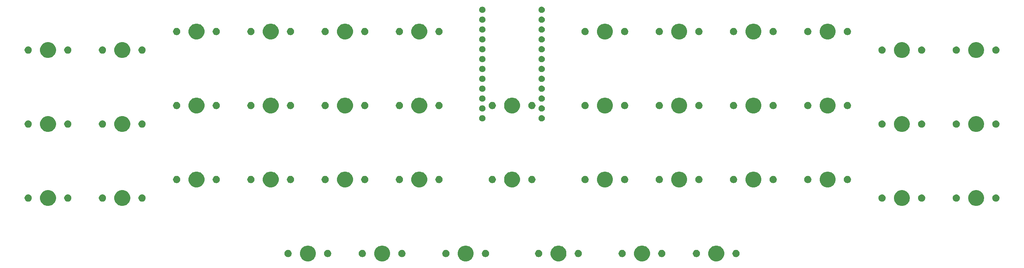
<source format=gbr>
G04 #@! TF.GenerationSoftware,KiCad,Pcbnew,(5.1.2)-1*
G04 #@! TF.CreationDate,2020-02-22T00:02:01+09:00*
G04 #@! TF.ProjectId,rkbd_44,726b6264-5f34-4342-9e6b-696361645f70,rev?*
G04 #@! TF.SameCoordinates,Original*
G04 #@! TF.FileFunction,Soldermask,Top*
G04 #@! TF.FilePolarity,Negative*
%FSLAX46Y46*%
G04 Gerber Fmt 4.6, Leading zero omitted, Abs format (unit mm)*
G04 Created by KiCad (PCBNEW (5.1.2)-1) date 2020-02-22 00:02:01*
%MOMM*%
%LPD*%
G04 APERTURE LIST*
%ADD10C,0.100000*%
G04 APERTURE END LIST*
D10*
G36*
X203002724Y-124239934D02*
G01*
X203220724Y-124330233D01*
X203374873Y-124394083D01*
X203709798Y-124617873D01*
X203994627Y-124902702D01*
X204218417Y-125237627D01*
X204250812Y-125315836D01*
X204372566Y-125609776D01*
X204451150Y-126004844D01*
X204451150Y-126407656D01*
X204372566Y-126802724D01*
X204321701Y-126925522D01*
X204218417Y-127174873D01*
X203994627Y-127509798D01*
X203709798Y-127794627D01*
X203374873Y-128018417D01*
X203220724Y-128082267D01*
X203002724Y-128172566D01*
X202607656Y-128251150D01*
X202204844Y-128251150D01*
X201809776Y-128172566D01*
X201591776Y-128082267D01*
X201437627Y-128018417D01*
X201102702Y-127794627D01*
X200817873Y-127509798D01*
X200594083Y-127174873D01*
X200490799Y-126925522D01*
X200439934Y-126802724D01*
X200361350Y-126407656D01*
X200361350Y-126004844D01*
X200439934Y-125609776D01*
X200561688Y-125315836D01*
X200594083Y-125237627D01*
X200817873Y-124902702D01*
X201102702Y-124617873D01*
X201437627Y-124394083D01*
X201591776Y-124330233D01*
X201809776Y-124239934D01*
X202204844Y-124161350D01*
X202607656Y-124161350D01*
X203002724Y-124239934D01*
X203002724Y-124239934D01*
G37*
G36*
X162521474Y-124239934D02*
G01*
X162739474Y-124330233D01*
X162893623Y-124394083D01*
X163228548Y-124617873D01*
X163513377Y-124902702D01*
X163737167Y-125237627D01*
X163769562Y-125315836D01*
X163891316Y-125609776D01*
X163969900Y-126004844D01*
X163969900Y-126407656D01*
X163891316Y-126802724D01*
X163840451Y-126925522D01*
X163737167Y-127174873D01*
X163513377Y-127509798D01*
X163228548Y-127794627D01*
X162893623Y-128018417D01*
X162739474Y-128082267D01*
X162521474Y-128172566D01*
X162126406Y-128251150D01*
X161723594Y-128251150D01*
X161328526Y-128172566D01*
X161110526Y-128082267D01*
X160956377Y-128018417D01*
X160621452Y-127794627D01*
X160336623Y-127509798D01*
X160112833Y-127174873D01*
X160009549Y-126925522D01*
X159958684Y-126802724D01*
X159880100Y-126407656D01*
X159880100Y-126004844D01*
X159958684Y-125609776D01*
X160080438Y-125315836D01*
X160112833Y-125237627D01*
X160336623Y-124902702D01*
X160621452Y-124617873D01*
X160956377Y-124394083D01*
X161110526Y-124330233D01*
X161328526Y-124239934D01*
X161723594Y-124161350D01*
X162126406Y-124161350D01*
X162521474Y-124239934D01*
X162521474Y-124239934D01*
G37*
G36*
X138708974Y-124239934D02*
G01*
X138926974Y-124330233D01*
X139081123Y-124394083D01*
X139416048Y-124617873D01*
X139700877Y-124902702D01*
X139924667Y-125237627D01*
X139957062Y-125315836D01*
X140078816Y-125609776D01*
X140157400Y-126004844D01*
X140157400Y-126407656D01*
X140078816Y-126802724D01*
X140027951Y-126925522D01*
X139924667Y-127174873D01*
X139700877Y-127509798D01*
X139416048Y-127794627D01*
X139081123Y-128018417D01*
X138926974Y-128082267D01*
X138708974Y-128172566D01*
X138313906Y-128251150D01*
X137911094Y-128251150D01*
X137516026Y-128172566D01*
X137298026Y-128082267D01*
X137143877Y-128018417D01*
X136808952Y-127794627D01*
X136524123Y-127509798D01*
X136300333Y-127174873D01*
X136197049Y-126925522D01*
X136146184Y-126802724D01*
X136067600Y-126407656D01*
X136067600Y-126004844D01*
X136146184Y-125609776D01*
X136267938Y-125315836D01*
X136300333Y-125237627D01*
X136524123Y-124902702D01*
X136808952Y-124617873D01*
X137143877Y-124394083D01*
X137298026Y-124330233D01*
X137516026Y-124239934D01*
X137911094Y-124161350D01*
X138313906Y-124161350D01*
X138708974Y-124239934D01*
X138708974Y-124239934D01*
G37*
G36*
X117277724Y-124239934D02*
G01*
X117495724Y-124330233D01*
X117649873Y-124394083D01*
X117984798Y-124617873D01*
X118269627Y-124902702D01*
X118493417Y-125237627D01*
X118525812Y-125315836D01*
X118647566Y-125609776D01*
X118726150Y-126004844D01*
X118726150Y-126407656D01*
X118647566Y-126802724D01*
X118596701Y-126925522D01*
X118493417Y-127174873D01*
X118269627Y-127509798D01*
X117984798Y-127794627D01*
X117649873Y-128018417D01*
X117495724Y-128082267D01*
X117277724Y-128172566D01*
X116882656Y-128251150D01*
X116479844Y-128251150D01*
X116084776Y-128172566D01*
X115866776Y-128082267D01*
X115712627Y-128018417D01*
X115377702Y-127794627D01*
X115092873Y-127509798D01*
X114869083Y-127174873D01*
X114765799Y-126925522D01*
X114714934Y-126802724D01*
X114636350Y-126407656D01*
X114636350Y-126004844D01*
X114714934Y-125609776D01*
X114836688Y-125315836D01*
X114869083Y-125237627D01*
X115092873Y-124902702D01*
X115377702Y-124617873D01*
X115712627Y-124394083D01*
X115866776Y-124330233D01*
X116084776Y-124239934D01*
X116479844Y-124161350D01*
X116882656Y-124161350D01*
X117277724Y-124239934D01*
X117277724Y-124239934D01*
G37*
G36*
X98227724Y-124239934D02*
G01*
X98445724Y-124330233D01*
X98599873Y-124394083D01*
X98934798Y-124617873D01*
X99219627Y-124902702D01*
X99443417Y-125237627D01*
X99475812Y-125315836D01*
X99597566Y-125609776D01*
X99676150Y-126004844D01*
X99676150Y-126407656D01*
X99597566Y-126802724D01*
X99546701Y-126925522D01*
X99443417Y-127174873D01*
X99219627Y-127509798D01*
X98934798Y-127794627D01*
X98599873Y-128018417D01*
X98445724Y-128082267D01*
X98227724Y-128172566D01*
X97832656Y-128251150D01*
X97429844Y-128251150D01*
X97034776Y-128172566D01*
X96816776Y-128082267D01*
X96662627Y-128018417D01*
X96327702Y-127794627D01*
X96042873Y-127509798D01*
X95819083Y-127174873D01*
X95715799Y-126925522D01*
X95664934Y-126802724D01*
X95586350Y-126407656D01*
X95586350Y-126004844D01*
X95664934Y-125609776D01*
X95786688Y-125315836D01*
X95819083Y-125237627D01*
X96042873Y-124902702D01*
X96327702Y-124617873D01*
X96662627Y-124394083D01*
X96816776Y-124330233D01*
X97034776Y-124239934D01*
X97429844Y-124161350D01*
X97832656Y-124161350D01*
X98227724Y-124239934D01*
X98227724Y-124239934D01*
G37*
G36*
X183952724Y-124239934D02*
G01*
X184170724Y-124330233D01*
X184324873Y-124394083D01*
X184659798Y-124617873D01*
X184944627Y-124902702D01*
X185168417Y-125237627D01*
X185200812Y-125315836D01*
X185322566Y-125609776D01*
X185401150Y-126004844D01*
X185401150Y-126407656D01*
X185322566Y-126802724D01*
X185271701Y-126925522D01*
X185168417Y-127174873D01*
X184944627Y-127509798D01*
X184659798Y-127794627D01*
X184324873Y-128018417D01*
X184170724Y-128082267D01*
X183952724Y-128172566D01*
X183557656Y-128251150D01*
X183154844Y-128251150D01*
X182759776Y-128172566D01*
X182541776Y-128082267D01*
X182387627Y-128018417D01*
X182052702Y-127794627D01*
X181767873Y-127509798D01*
X181544083Y-127174873D01*
X181440799Y-126925522D01*
X181389934Y-126802724D01*
X181311350Y-126407656D01*
X181311350Y-126004844D01*
X181389934Y-125609776D01*
X181511688Y-125315836D01*
X181544083Y-125237627D01*
X181767873Y-124902702D01*
X182052702Y-124617873D01*
X182387627Y-124394083D01*
X182541776Y-124330233D01*
X182759776Y-124239934D01*
X183154844Y-124161350D01*
X183557656Y-124161350D01*
X183952724Y-124239934D01*
X183952724Y-124239934D01*
G37*
G36*
X167275104Y-125315835D02*
G01*
X167443626Y-125385639D01*
X167595291Y-125486978D01*
X167724272Y-125615959D01*
X167825611Y-125767624D01*
X167895415Y-125936146D01*
X167931000Y-126115047D01*
X167931000Y-126297453D01*
X167895415Y-126476354D01*
X167825611Y-126644876D01*
X167724272Y-126796541D01*
X167595291Y-126925522D01*
X167443626Y-127026861D01*
X167275104Y-127096665D01*
X167096203Y-127132250D01*
X166913797Y-127132250D01*
X166734896Y-127096665D01*
X166566374Y-127026861D01*
X166414709Y-126925522D01*
X166285728Y-126796541D01*
X166184389Y-126644876D01*
X166114585Y-126476354D01*
X166079000Y-126297453D01*
X166079000Y-126115047D01*
X166114585Y-125936146D01*
X166184389Y-125767624D01*
X166285728Y-125615959D01*
X166414709Y-125486978D01*
X166566374Y-125385639D01*
X166734896Y-125315835D01*
X166913797Y-125280250D01*
X167096203Y-125280250D01*
X167275104Y-125315835D01*
X167275104Y-125315835D01*
G37*
G36*
X133302604Y-125315835D02*
G01*
X133471126Y-125385639D01*
X133622791Y-125486978D01*
X133751772Y-125615959D01*
X133853111Y-125767624D01*
X133922915Y-125936146D01*
X133958500Y-126115047D01*
X133958500Y-126297453D01*
X133922915Y-126476354D01*
X133853111Y-126644876D01*
X133751772Y-126796541D01*
X133622791Y-126925522D01*
X133471126Y-127026861D01*
X133302604Y-127096665D01*
X133123703Y-127132250D01*
X132941297Y-127132250D01*
X132762396Y-127096665D01*
X132593874Y-127026861D01*
X132442209Y-126925522D01*
X132313228Y-126796541D01*
X132211889Y-126644876D01*
X132142085Y-126476354D01*
X132106500Y-126297453D01*
X132106500Y-126115047D01*
X132142085Y-125936146D01*
X132211889Y-125767624D01*
X132313228Y-125615959D01*
X132442209Y-125486978D01*
X132593874Y-125385639D01*
X132762396Y-125315835D01*
X132941297Y-125280250D01*
X133123703Y-125280250D01*
X133302604Y-125315835D01*
X133302604Y-125315835D01*
G37*
G36*
X143462604Y-125315835D02*
G01*
X143631126Y-125385639D01*
X143782791Y-125486978D01*
X143911772Y-125615959D01*
X144013111Y-125767624D01*
X144082915Y-125936146D01*
X144118500Y-126115047D01*
X144118500Y-126297453D01*
X144082915Y-126476354D01*
X144013111Y-126644876D01*
X143911772Y-126796541D01*
X143782791Y-126925522D01*
X143631126Y-127026861D01*
X143462604Y-127096665D01*
X143283703Y-127132250D01*
X143101297Y-127132250D01*
X142922396Y-127096665D01*
X142753874Y-127026861D01*
X142602209Y-126925522D01*
X142473228Y-126796541D01*
X142371889Y-126644876D01*
X142302085Y-126476354D01*
X142266500Y-126297453D01*
X142266500Y-126115047D01*
X142302085Y-125936146D01*
X142371889Y-125767624D01*
X142473228Y-125615959D01*
X142602209Y-125486978D01*
X142753874Y-125385639D01*
X142922396Y-125315835D01*
X143101297Y-125280250D01*
X143283703Y-125280250D01*
X143462604Y-125315835D01*
X143462604Y-125315835D01*
G37*
G36*
X111871354Y-125315835D02*
G01*
X112039876Y-125385639D01*
X112191541Y-125486978D01*
X112320522Y-125615959D01*
X112421861Y-125767624D01*
X112491665Y-125936146D01*
X112527250Y-126115047D01*
X112527250Y-126297453D01*
X112491665Y-126476354D01*
X112421861Y-126644876D01*
X112320522Y-126796541D01*
X112191541Y-126925522D01*
X112039876Y-127026861D01*
X111871354Y-127096665D01*
X111692453Y-127132250D01*
X111510047Y-127132250D01*
X111331146Y-127096665D01*
X111162624Y-127026861D01*
X111010959Y-126925522D01*
X110881978Y-126796541D01*
X110780639Y-126644876D01*
X110710835Y-126476354D01*
X110675250Y-126297453D01*
X110675250Y-126115047D01*
X110710835Y-125936146D01*
X110780639Y-125767624D01*
X110881978Y-125615959D01*
X111010959Y-125486978D01*
X111162624Y-125385639D01*
X111331146Y-125315835D01*
X111510047Y-125280250D01*
X111692453Y-125280250D01*
X111871354Y-125315835D01*
X111871354Y-125315835D01*
G37*
G36*
X122031354Y-125315835D02*
G01*
X122199876Y-125385639D01*
X122351541Y-125486978D01*
X122480522Y-125615959D01*
X122581861Y-125767624D01*
X122651665Y-125936146D01*
X122687250Y-126115047D01*
X122687250Y-126297453D01*
X122651665Y-126476354D01*
X122581861Y-126644876D01*
X122480522Y-126796541D01*
X122351541Y-126925522D01*
X122199876Y-127026861D01*
X122031354Y-127096665D01*
X121852453Y-127132250D01*
X121670047Y-127132250D01*
X121491146Y-127096665D01*
X121322624Y-127026861D01*
X121170959Y-126925522D01*
X121041978Y-126796541D01*
X120940639Y-126644876D01*
X120870835Y-126476354D01*
X120835250Y-126297453D01*
X120835250Y-126115047D01*
X120870835Y-125936146D01*
X120940639Y-125767624D01*
X121041978Y-125615959D01*
X121170959Y-125486978D01*
X121322624Y-125385639D01*
X121491146Y-125315835D01*
X121670047Y-125280250D01*
X121852453Y-125280250D01*
X122031354Y-125315835D01*
X122031354Y-125315835D01*
G37*
G36*
X92821354Y-125315835D02*
G01*
X92989876Y-125385639D01*
X93141541Y-125486978D01*
X93270522Y-125615959D01*
X93371861Y-125767624D01*
X93441665Y-125936146D01*
X93477250Y-126115047D01*
X93477250Y-126297453D01*
X93441665Y-126476354D01*
X93371861Y-126644876D01*
X93270522Y-126796541D01*
X93141541Y-126925522D01*
X92989876Y-127026861D01*
X92821354Y-127096665D01*
X92642453Y-127132250D01*
X92460047Y-127132250D01*
X92281146Y-127096665D01*
X92112624Y-127026861D01*
X91960959Y-126925522D01*
X91831978Y-126796541D01*
X91730639Y-126644876D01*
X91660835Y-126476354D01*
X91625250Y-126297453D01*
X91625250Y-126115047D01*
X91660835Y-125936146D01*
X91730639Y-125767624D01*
X91831978Y-125615959D01*
X91960959Y-125486978D01*
X92112624Y-125385639D01*
X92281146Y-125315835D01*
X92460047Y-125280250D01*
X92642453Y-125280250D01*
X92821354Y-125315835D01*
X92821354Y-125315835D01*
G37*
G36*
X178546354Y-125315835D02*
G01*
X178714876Y-125385639D01*
X178866541Y-125486978D01*
X178995522Y-125615959D01*
X179096861Y-125767624D01*
X179166665Y-125936146D01*
X179202250Y-126115047D01*
X179202250Y-126297453D01*
X179166665Y-126476354D01*
X179096861Y-126644876D01*
X178995522Y-126796541D01*
X178866541Y-126925522D01*
X178714876Y-127026861D01*
X178546354Y-127096665D01*
X178367453Y-127132250D01*
X178185047Y-127132250D01*
X178006146Y-127096665D01*
X177837624Y-127026861D01*
X177685959Y-126925522D01*
X177556978Y-126796541D01*
X177455639Y-126644876D01*
X177385835Y-126476354D01*
X177350250Y-126297453D01*
X177350250Y-126115047D01*
X177385835Y-125936146D01*
X177455639Y-125767624D01*
X177556978Y-125615959D01*
X177685959Y-125486978D01*
X177837624Y-125385639D01*
X178006146Y-125315835D01*
X178185047Y-125280250D01*
X178367453Y-125280250D01*
X178546354Y-125315835D01*
X178546354Y-125315835D01*
G37*
G36*
X207756354Y-125315835D02*
G01*
X207924876Y-125385639D01*
X208076541Y-125486978D01*
X208205522Y-125615959D01*
X208306861Y-125767624D01*
X208376665Y-125936146D01*
X208412250Y-126115047D01*
X208412250Y-126297453D01*
X208376665Y-126476354D01*
X208306861Y-126644876D01*
X208205522Y-126796541D01*
X208076541Y-126925522D01*
X207924876Y-127026861D01*
X207756354Y-127096665D01*
X207577453Y-127132250D01*
X207395047Y-127132250D01*
X207216146Y-127096665D01*
X207047624Y-127026861D01*
X206895959Y-126925522D01*
X206766978Y-126796541D01*
X206665639Y-126644876D01*
X206595835Y-126476354D01*
X206560250Y-126297453D01*
X206560250Y-126115047D01*
X206595835Y-125936146D01*
X206665639Y-125767624D01*
X206766978Y-125615959D01*
X206895959Y-125486978D01*
X207047624Y-125385639D01*
X207216146Y-125315835D01*
X207395047Y-125280250D01*
X207577453Y-125280250D01*
X207756354Y-125315835D01*
X207756354Y-125315835D01*
G37*
G36*
X197596354Y-125315835D02*
G01*
X197764876Y-125385639D01*
X197916541Y-125486978D01*
X198045522Y-125615959D01*
X198146861Y-125767624D01*
X198216665Y-125936146D01*
X198252250Y-126115047D01*
X198252250Y-126297453D01*
X198216665Y-126476354D01*
X198146861Y-126644876D01*
X198045522Y-126796541D01*
X197916541Y-126925522D01*
X197764876Y-127026861D01*
X197596354Y-127096665D01*
X197417453Y-127132250D01*
X197235047Y-127132250D01*
X197056146Y-127096665D01*
X196887624Y-127026861D01*
X196735959Y-126925522D01*
X196606978Y-126796541D01*
X196505639Y-126644876D01*
X196435835Y-126476354D01*
X196400250Y-126297453D01*
X196400250Y-126115047D01*
X196435835Y-125936146D01*
X196505639Y-125767624D01*
X196606978Y-125615959D01*
X196735959Y-125486978D01*
X196887624Y-125385639D01*
X197056146Y-125315835D01*
X197235047Y-125280250D01*
X197417453Y-125280250D01*
X197596354Y-125315835D01*
X197596354Y-125315835D01*
G37*
G36*
X188706354Y-125315835D02*
G01*
X188874876Y-125385639D01*
X189026541Y-125486978D01*
X189155522Y-125615959D01*
X189256861Y-125767624D01*
X189326665Y-125936146D01*
X189362250Y-126115047D01*
X189362250Y-126297453D01*
X189326665Y-126476354D01*
X189256861Y-126644876D01*
X189155522Y-126796541D01*
X189026541Y-126925522D01*
X188874876Y-127026861D01*
X188706354Y-127096665D01*
X188527453Y-127132250D01*
X188345047Y-127132250D01*
X188166146Y-127096665D01*
X187997624Y-127026861D01*
X187845959Y-126925522D01*
X187716978Y-126796541D01*
X187615639Y-126644876D01*
X187545835Y-126476354D01*
X187510250Y-126297453D01*
X187510250Y-126115047D01*
X187545835Y-125936146D01*
X187615639Y-125767624D01*
X187716978Y-125615959D01*
X187845959Y-125486978D01*
X187997624Y-125385639D01*
X188166146Y-125315835D01*
X188345047Y-125280250D01*
X188527453Y-125280250D01*
X188706354Y-125315835D01*
X188706354Y-125315835D01*
G37*
G36*
X102981354Y-125315835D02*
G01*
X103149876Y-125385639D01*
X103301541Y-125486978D01*
X103430522Y-125615959D01*
X103531861Y-125767624D01*
X103601665Y-125936146D01*
X103637250Y-126115047D01*
X103637250Y-126297453D01*
X103601665Y-126476354D01*
X103531861Y-126644876D01*
X103430522Y-126796541D01*
X103301541Y-126925522D01*
X103149876Y-127026861D01*
X102981354Y-127096665D01*
X102802453Y-127132250D01*
X102620047Y-127132250D01*
X102441146Y-127096665D01*
X102272624Y-127026861D01*
X102120959Y-126925522D01*
X101991978Y-126796541D01*
X101890639Y-126644876D01*
X101820835Y-126476354D01*
X101785250Y-126297453D01*
X101785250Y-126115047D01*
X101820835Y-125936146D01*
X101890639Y-125767624D01*
X101991978Y-125615959D01*
X102120959Y-125486978D01*
X102272624Y-125385639D01*
X102441146Y-125315835D01*
X102620047Y-125280250D01*
X102802453Y-125280250D01*
X102981354Y-125315835D01*
X102981354Y-125315835D01*
G37*
G36*
X157115104Y-125315835D02*
G01*
X157283626Y-125385639D01*
X157435291Y-125486978D01*
X157564272Y-125615959D01*
X157665611Y-125767624D01*
X157735415Y-125936146D01*
X157771000Y-126115047D01*
X157771000Y-126297453D01*
X157735415Y-126476354D01*
X157665611Y-126644876D01*
X157564272Y-126796541D01*
X157435291Y-126925522D01*
X157283626Y-127026861D01*
X157115104Y-127096665D01*
X156936203Y-127132250D01*
X156753797Y-127132250D01*
X156574896Y-127096665D01*
X156406374Y-127026861D01*
X156254709Y-126925522D01*
X156125728Y-126796541D01*
X156024389Y-126644876D01*
X155954585Y-126476354D01*
X155919000Y-126297453D01*
X155919000Y-126115047D01*
X155954585Y-125936146D01*
X156024389Y-125767624D01*
X156125728Y-125615959D01*
X156254709Y-125486978D01*
X156406374Y-125385639D01*
X156574896Y-125315835D01*
X156753797Y-125280250D01*
X156936203Y-125280250D01*
X157115104Y-125315835D01*
X157115104Y-125315835D01*
G37*
G36*
X50602724Y-109952434D02*
G01*
X50820724Y-110042733D01*
X50974873Y-110106583D01*
X51309798Y-110330373D01*
X51594627Y-110615202D01*
X51818417Y-110950127D01*
X51850812Y-111028336D01*
X51972566Y-111322276D01*
X52051150Y-111717344D01*
X52051150Y-112120156D01*
X51972566Y-112515224D01*
X51921701Y-112638022D01*
X51818417Y-112887373D01*
X51594627Y-113222298D01*
X51309798Y-113507127D01*
X50974873Y-113730917D01*
X50820724Y-113794767D01*
X50602724Y-113885066D01*
X50207656Y-113963650D01*
X49804844Y-113963650D01*
X49409776Y-113885066D01*
X49191776Y-113794767D01*
X49037627Y-113730917D01*
X48702702Y-113507127D01*
X48417873Y-113222298D01*
X48194083Y-112887373D01*
X48090799Y-112638022D01*
X48039934Y-112515224D01*
X47961350Y-112120156D01*
X47961350Y-111717344D01*
X48039934Y-111322276D01*
X48161688Y-111028336D01*
X48194083Y-110950127D01*
X48417873Y-110615202D01*
X48702702Y-110330373D01*
X49037627Y-110106583D01*
X49191776Y-110042733D01*
X49409776Y-109952434D01*
X49804844Y-109873850D01*
X50207656Y-109873850D01*
X50602724Y-109952434D01*
X50602724Y-109952434D01*
G37*
G36*
X250627724Y-109952434D02*
G01*
X250845724Y-110042733D01*
X250999873Y-110106583D01*
X251334798Y-110330373D01*
X251619627Y-110615202D01*
X251843417Y-110950127D01*
X251875812Y-111028336D01*
X251997566Y-111322276D01*
X252076150Y-111717344D01*
X252076150Y-112120156D01*
X251997566Y-112515224D01*
X251946701Y-112638022D01*
X251843417Y-112887373D01*
X251619627Y-113222298D01*
X251334798Y-113507127D01*
X250999873Y-113730917D01*
X250845724Y-113794767D01*
X250627724Y-113885066D01*
X250232656Y-113963650D01*
X249829844Y-113963650D01*
X249434776Y-113885066D01*
X249216776Y-113794767D01*
X249062627Y-113730917D01*
X248727702Y-113507127D01*
X248442873Y-113222298D01*
X248219083Y-112887373D01*
X248115799Y-112638022D01*
X248064934Y-112515224D01*
X247986350Y-112120156D01*
X247986350Y-111717344D01*
X248064934Y-111322276D01*
X248186688Y-111028336D01*
X248219083Y-110950127D01*
X248442873Y-110615202D01*
X248727702Y-110330373D01*
X249062627Y-110106583D01*
X249216776Y-110042733D01*
X249434776Y-109952434D01*
X249829844Y-109873850D01*
X250232656Y-109873850D01*
X250627724Y-109952434D01*
X250627724Y-109952434D01*
G37*
G36*
X31552724Y-109952434D02*
G01*
X31770724Y-110042733D01*
X31924873Y-110106583D01*
X32259798Y-110330373D01*
X32544627Y-110615202D01*
X32768417Y-110950127D01*
X32800812Y-111028336D01*
X32922566Y-111322276D01*
X33001150Y-111717344D01*
X33001150Y-112120156D01*
X32922566Y-112515224D01*
X32871701Y-112638022D01*
X32768417Y-112887373D01*
X32544627Y-113222298D01*
X32259798Y-113507127D01*
X31924873Y-113730917D01*
X31770724Y-113794767D01*
X31552724Y-113885066D01*
X31157656Y-113963650D01*
X30754844Y-113963650D01*
X30359776Y-113885066D01*
X30141776Y-113794767D01*
X29987627Y-113730917D01*
X29652702Y-113507127D01*
X29367873Y-113222298D01*
X29144083Y-112887373D01*
X29040799Y-112638022D01*
X28989934Y-112515224D01*
X28911350Y-112120156D01*
X28911350Y-111717344D01*
X28989934Y-111322276D01*
X29111688Y-111028336D01*
X29144083Y-110950127D01*
X29367873Y-110615202D01*
X29652702Y-110330373D01*
X29987627Y-110106583D01*
X30141776Y-110042733D01*
X30359776Y-109952434D01*
X30754844Y-109873850D01*
X31157656Y-109873850D01*
X31552724Y-109952434D01*
X31552724Y-109952434D01*
G37*
G36*
X269677724Y-109952434D02*
G01*
X269895724Y-110042733D01*
X270049873Y-110106583D01*
X270384798Y-110330373D01*
X270669627Y-110615202D01*
X270893417Y-110950127D01*
X270925812Y-111028336D01*
X271047566Y-111322276D01*
X271126150Y-111717344D01*
X271126150Y-112120156D01*
X271047566Y-112515224D01*
X270996701Y-112638022D01*
X270893417Y-112887373D01*
X270669627Y-113222298D01*
X270384798Y-113507127D01*
X270049873Y-113730917D01*
X269895724Y-113794767D01*
X269677724Y-113885066D01*
X269282656Y-113963650D01*
X268879844Y-113963650D01*
X268484776Y-113885066D01*
X268266776Y-113794767D01*
X268112627Y-113730917D01*
X267777702Y-113507127D01*
X267492873Y-113222298D01*
X267269083Y-112887373D01*
X267165799Y-112638022D01*
X267114934Y-112515224D01*
X267036350Y-112120156D01*
X267036350Y-111717344D01*
X267114934Y-111322276D01*
X267236688Y-111028336D01*
X267269083Y-110950127D01*
X267492873Y-110615202D01*
X267777702Y-110330373D01*
X268112627Y-110106583D01*
X268266776Y-110042733D01*
X268484776Y-109952434D01*
X268879844Y-109873850D01*
X269282656Y-109873850D01*
X269677724Y-109952434D01*
X269677724Y-109952434D01*
G37*
G36*
X264271354Y-111028335D02*
G01*
X264439876Y-111098139D01*
X264591541Y-111199478D01*
X264720522Y-111328459D01*
X264821861Y-111480124D01*
X264891665Y-111648646D01*
X264927250Y-111827547D01*
X264927250Y-112009953D01*
X264891665Y-112188854D01*
X264821861Y-112357376D01*
X264720522Y-112509041D01*
X264591541Y-112638022D01*
X264439876Y-112739361D01*
X264271354Y-112809165D01*
X264092453Y-112844750D01*
X263910047Y-112844750D01*
X263731146Y-112809165D01*
X263562624Y-112739361D01*
X263410959Y-112638022D01*
X263281978Y-112509041D01*
X263180639Y-112357376D01*
X263110835Y-112188854D01*
X263075250Y-112009953D01*
X263075250Y-111827547D01*
X263110835Y-111648646D01*
X263180639Y-111480124D01*
X263281978Y-111328459D01*
X263410959Y-111199478D01*
X263562624Y-111098139D01*
X263731146Y-111028335D01*
X263910047Y-110992750D01*
X264092453Y-110992750D01*
X264271354Y-111028335D01*
X264271354Y-111028335D01*
G37*
G36*
X26146354Y-111028335D02*
G01*
X26314876Y-111098139D01*
X26466541Y-111199478D01*
X26595522Y-111328459D01*
X26696861Y-111480124D01*
X26766665Y-111648646D01*
X26802250Y-111827547D01*
X26802250Y-112009953D01*
X26766665Y-112188854D01*
X26696861Y-112357376D01*
X26595522Y-112509041D01*
X26466541Y-112638022D01*
X26314876Y-112739361D01*
X26146354Y-112809165D01*
X25967453Y-112844750D01*
X25785047Y-112844750D01*
X25606146Y-112809165D01*
X25437624Y-112739361D01*
X25285959Y-112638022D01*
X25156978Y-112509041D01*
X25055639Y-112357376D01*
X24985835Y-112188854D01*
X24950250Y-112009953D01*
X24950250Y-111827547D01*
X24985835Y-111648646D01*
X25055639Y-111480124D01*
X25156978Y-111328459D01*
X25285959Y-111199478D01*
X25437624Y-111098139D01*
X25606146Y-111028335D01*
X25785047Y-110992750D01*
X25967453Y-110992750D01*
X26146354Y-111028335D01*
X26146354Y-111028335D01*
G37*
G36*
X45196354Y-111028335D02*
G01*
X45364876Y-111098139D01*
X45516541Y-111199478D01*
X45645522Y-111328459D01*
X45746861Y-111480124D01*
X45816665Y-111648646D01*
X45852250Y-111827547D01*
X45852250Y-112009953D01*
X45816665Y-112188854D01*
X45746861Y-112357376D01*
X45645522Y-112509041D01*
X45516541Y-112638022D01*
X45364876Y-112739361D01*
X45196354Y-112809165D01*
X45017453Y-112844750D01*
X44835047Y-112844750D01*
X44656146Y-112809165D01*
X44487624Y-112739361D01*
X44335959Y-112638022D01*
X44206978Y-112509041D01*
X44105639Y-112357376D01*
X44035835Y-112188854D01*
X44000250Y-112009953D01*
X44000250Y-111827547D01*
X44035835Y-111648646D01*
X44105639Y-111480124D01*
X44206978Y-111328459D01*
X44335959Y-111199478D01*
X44487624Y-111098139D01*
X44656146Y-111028335D01*
X44835047Y-110992750D01*
X45017453Y-110992750D01*
X45196354Y-111028335D01*
X45196354Y-111028335D01*
G37*
G36*
X55356354Y-111028335D02*
G01*
X55524876Y-111098139D01*
X55676541Y-111199478D01*
X55805522Y-111328459D01*
X55906861Y-111480124D01*
X55976665Y-111648646D01*
X56012250Y-111827547D01*
X56012250Y-112009953D01*
X55976665Y-112188854D01*
X55906861Y-112357376D01*
X55805522Y-112509041D01*
X55676541Y-112638022D01*
X55524876Y-112739361D01*
X55356354Y-112809165D01*
X55177453Y-112844750D01*
X54995047Y-112844750D01*
X54816146Y-112809165D01*
X54647624Y-112739361D01*
X54495959Y-112638022D01*
X54366978Y-112509041D01*
X54265639Y-112357376D01*
X54195835Y-112188854D01*
X54160250Y-112009953D01*
X54160250Y-111827547D01*
X54195835Y-111648646D01*
X54265639Y-111480124D01*
X54366978Y-111328459D01*
X54495959Y-111199478D01*
X54647624Y-111098139D01*
X54816146Y-111028335D01*
X54995047Y-110992750D01*
X55177453Y-110992750D01*
X55356354Y-111028335D01*
X55356354Y-111028335D01*
G37*
G36*
X245221354Y-111028335D02*
G01*
X245389876Y-111098139D01*
X245541541Y-111199478D01*
X245670522Y-111328459D01*
X245771861Y-111480124D01*
X245841665Y-111648646D01*
X245877250Y-111827547D01*
X245877250Y-112009953D01*
X245841665Y-112188854D01*
X245771861Y-112357376D01*
X245670522Y-112509041D01*
X245541541Y-112638022D01*
X245389876Y-112739361D01*
X245221354Y-112809165D01*
X245042453Y-112844750D01*
X244860047Y-112844750D01*
X244681146Y-112809165D01*
X244512624Y-112739361D01*
X244360959Y-112638022D01*
X244231978Y-112509041D01*
X244130639Y-112357376D01*
X244060835Y-112188854D01*
X244025250Y-112009953D01*
X244025250Y-111827547D01*
X244060835Y-111648646D01*
X244130639Y-111480124D01*
X244231978Y-111328459D01*
X244360959Y-111199478D01*
X244512624Y-111098139D01*
X244681146Y-111028335D01*
X244860047Y-110992750D01*
X245042453Y-110992750D01*
X245221354Y-111028335D01*
X245221354Y-111028335D01*
G37*
G36*
X36306354Y-111028335D02*
G01*
X36474876Y-111098139D01*
X36626541Y-111199478D01*
X36755522Y-111328459D01*
X36856861Y-111480124D01*
X36926665Y-111648646D01*
X36962250Y-111827547D01*
X36962250Y-112009953D01*
X36926665Y-112188854D01*
X36856861Y-112357376D01*
X36755522Y-112509041D01*
X36626541Y-112638022D01*
X36474876Y-112739361D01*
X36306354Y-112809165D01*
X36127453Y-112844750D01*
X35945047Y-112844750D01*
X35766146Y-112809165D01*
X35597624Y-112739361D01*
X35445959Y-112638022D01*
X35316978Y-112509041D01*
X35215639Y-112357376D01*
X35145835Y-112188854D01*
X35110250Y-112009953D01*
X35110250Y-111827547D01*
X35145835Y-111648646D01*
X35215639Y-111480124D01*
X35316978Y-111328459D01*
X35445959Y-111199478D01*
X35597624Y-111098139D01*
X35766146Y-111028335D01*
X35945047Y-110992750D01*
X36127453Y-110992750D01*
X36306354Y-111028335D01*
X36306354Y-111028335D01*
G37*
G36*
X255381354Y-111028335D02*
G01*
X255549876Y-111098139D01*
X255701541Y-111199478D01*
X255830522Y-111328459D01*
X255931861Y-111480124D01*
X256001665Y-111648646D01*
X256037250Y-111827547D01*
X256037250Y-112009953D01*
X256001665Y-112188854D01*
X255931861Y-112357376D01*
X255830522Y-112509041D01*
X255701541Y-112638022D01*
X255549876Y-112739361D01*
X255381354Y-112809165D01*
X255202453Y-112844750D01*
X255020047Y-112844750D01*
X254841146Y-112809165D01*
X254672624Y-112739361D01*
X254520959Y-112638022D01*
X254391978Y-112509041D01*
X254290639Y-112357376D01*
X254220835Y-112188854D01*
X254185250Y-112009953D01*
X254185250Y-111827547D01*
X254220835Y-111648646D01*
X254290639Y-111480124D01*
X254391978Y-111328459D01*
X254520959Y-111199478D01*
X254672624Y-111098139D01*
X254841146Y-111028335D01*
X255020047Y-110992750D01*
X255202453Y-110992750D01*
X255381354Y-111028335D01*
X255381354Y-111028335D01*
G37*
G36*
X274431354Y-111028335D02*
G01*
X274599876Y-111098139D01*
X274751541Y-111199478D01*
X274880522Y-111328459D01*
X274981861Y-111480124D01*
X275051665Y-111648646D01*
X275087250Y-111827547D01*
X275087250Y-112009953D01*
X275051665Y-112188854D01*
X274981861Y-112357376D01*
X274880522Y-112509041D01*
X274751541Y-112638022D01*
X274599876Y-112739361D01*
X274431354Y-112809165D01*
X274252453Y-112844750D01*
X274070047Y-112844750D01*
X273891146Y-112809165D01*
X273722624Y-112739361D01*
X273570959Y-112638022D01*
X273441978Y-112509041D01*
X273340639Y-112357376D01*
X273270835Y-112188854D01*
X273235250Y-112009953D01*
X273235250Y-111827547D01*
X273270835Y-111648646D01*
X273340639Y-111480124D01*
X273441978Y-111328459D01*
X273570959Y-111199478D01*
X273722624Y-111098139D01*
X273891146Y-111028335D01*
X274070047Y-110992750D01*
X274252453Y-110992750D01*
X274431354Y-111028335D01*
X274431354Y-111028335D01*
G37*
G36*
X88702724Y-105189934D02*
G01*
X88920724Y-105280233D01*
X89074873Y-105344083D01*
X89409798Y-105567873D01*
X89694627Y-105852702D01*
X89918417Y-106187627D01*
X89950812Y-106265836D01*
X90072566Y-106559776D01*
X90151150Y-106954844D01*
X90151150Y-107357656D01*
X90072566Y-107752724D01*
X90021701Y-107875522D01*
X89918417Y-108124873D01*
X89694627Y-108459798D01*
X89409798Y-108744627D01*
X89074873Y-108968417D01*
X88920724Y-109032267D01*
X88702724Y-109122566D01*
X88307656Y-109201150D01*
X87904844Y-109201150D01*
X87509776Y-109122566D01*
X87291776Y-109032267D01*
X87137627Y-108968417D01*
X86802702Y-108744627D01*
X86517873Y-108459798D01*
X86294083Y-108124873D01*
X86190799Y-107875522D01*
X86139934Y-107752724D01*
X86061350Y-107357656D01*
X86061350Y-106954844D01*
X86139934Y-106559776D01*
X86261688Y-106265836D01*
X86294083Y-106187627D01*
X86517873Y-105852702D01*
X86802702Y-105567873D01*
X87137627Y-105344083D01*
X87291776Y-105280233D01*
X87509776Y-105189934D01*
X87904844Y-105111350D01*
X88307656Y-105111350D01*
X88702724Y-105189934D01*
X88702724Y-105189934D01*
G37*
G36*
X69652724Y-105189934D02*
G01*
X69870724Y-105280233D01*
X70024873Y-105344083D01*
X70359798Y-105567873D01*
X70644627Y-105852702D01*
X70868417Y-106187627D01*
X70900812Y-106265836D01*
X71022566Y-106559776D01*
X71101150Y-106954844D01*
X71101150Y-107357656D01*
X71022566Y-107752724D01*
X70971701Y-107875522D01*
X70868417Y-108124873D01*
X70644627Y-108459798D01*
X70359798Y-108744627D01*
X70024873Y-108968417D01*
X69870724Y-109032267D01*
X69652724Y-109122566D01*
X69257656Y-109201150D01*
X68854844Y-109201150D01*
X68459776Y-109122566D01*
X68241776Y-109032267D01*
X68087627Y-108968417D01*
X67752702Y-108744627D01*
X67467873Y-108459798D01*
X67244083Y-108124873D01*
X67140799Y-107875522D01*
X67089934Y-107752724D01*
X67011350Y-107357656D01*
X67011350Y-106954844D01*
X67089934Y-106559776D01*
X67211688Y-106265836D01*
X67244083Y-106187627D01*
X67467873Y-105852702D01*
X67752702Y-105567873D01*
X68087627Y-105344083D01*
X68241776Y-105280233D01*
X68459776Y-105189934D01*
X68854844Y-105111350D01*
X69257656Y-105111350D01*
X69652724Y-105189934D01*
X69652724Y-105189934D01*
G37*
G36*
X107752724Y-105189934D02*
G01*
X107970724Y-105280233D01*
X108124873Y-105344083D01*
X108459798Y-105567873D01*
X108744627Y-105852702D01*
X108968417Y-106187627D01*
X109000812Y-106265836D01*
X109122566Y-106559776D01*
X109201150Y-106954844D01*
X109201150Y-107357656D01*
X109122566Y-107752724D01*
X109071701Y-107875522D01*
X108968417Y-108124873D01*
X108744627Y-108459798D01*
X108459798Y-108744627D01*
X108124873Y-108968417D01*
X107970724Y-109032267D01*
X107752724Y-109122566D01*
X107357656Y-109201150D01*
X106954844Y-109201150D01*
X106559776Y-109122566D01*
X106341776Y-109032267D01*
X106187627Y-108968417D01*
X105852702Y-108744627D01*
X105567873Y-108459798D01*
X105344083Y-108124873D01*
X105240799Y-107875522D01*
X105189934Y-107752724D01*
X105111350Y-107357656D01*
X105111350Y-106954844D01*
X105189934Y-106559776D01*
X105311688Y-106265836D01*
X105344083Y-106187627D01*
X105567873Y-105852702D01*
X105852702Y-105567873D01*
X106187627Y-105344083D01*
X106341776Y-105280233D01*
X106559776Y-105189934D01*
X106954844Y-105111350D01*
X107357656Y-105111350D01*
X107752724Y-105189934D01*
X107752724Y-105189934D01*
G37*
G36*
X126802724Y-105189934D02*
G01*
X127020724Y-105280233D01*
X127174873Y-105344083D01*
X127509798Y-105567873D01*
X127794627Y-105852702D01*
X128018417Y-106187627D01*
X128050812Y-106265836D01*
X128172566Y-106559776D01*
X128251150Y-106954844D01*
X128251150Y-107357656D01*
X128172566Y-107752724D01*
X128121701Y-107875522D01*
X128018417Y-108124873D01*
X127794627Y-108459798D01*
X127509798Y-108744627D01*
X127174873Y-108968417D01*
X127020724Y-109032267D01*
X126802724Y-109122566D01*
X126407656Y-109201150D01*
X126004844Y-109201150D01*
X125609776Y-109122566D01*
X125391776Y-109032267D01*
X125237627Y-108968417D01*
X124902702Y-108744627D01*
X124617873Y-108459798D01*
X124394083Y-108124873D01*
X124290799Y-107875522D01*
X124239934Y-107752724D01*
X124161350Y-107357656D01*
X124161350Y-106954844D01*
X124239934Y-106559776D01*
X124361688Y-106265836D01*
X124394083Y-106187627D01*
X124617873Y-105852702D01*
X124902702Y-105567873D01*
X125237627Y-105344083D01*
X125391776Y-105280233D01*
X125609776Y-105189934D01*
X126004844Y-105111350D01*
X126407656Y-105111350D01*
X126802724Y-105189934D01*
X126802724Y-105189934D01*
G37*
G36*
X212527724Y-105189934D02*
G01*
X212745724Y-105280233D01*
X212899873Y-105344083D01*
X213234798Y-105567873D01*
X213519627Y-105852702D01*
X213743417Y-106187627D01*
X213775812Y-106265836D01*
X213897566Y-106559776D01*
X213976150Y-106954844D01*
X213976150Y-107357656D01*
X213897566Y-107752724D01*
X213846701Y-107875522D01*
X213743417Y-108124873D01*
X213519627Y-108459798D01*
X213234798Y-108744627D01*
X212899873Y-108968417D01*
X212745724Y-109032267D01*
X212527724Y-109122566D01*
X212132656Y-109201150D01*
X211729844Y-109201150D01*
X211334776Y-109122566D01*
X211116776Y-109032267D01*
X210962627Y-108968417D01*
X210627702Y-108744627D01*
X210342873Y-108459798D01*
X210119083Y-108124873D01*
X210015799Y-107875522D01*
X209964934Y-107752724D01*
X209886350Y-107357656D01*
X209886350Y-106954844D01*
X209964934Y-106559776D01*
X210086688Y-106265836D01*
X210119083Y-106187627D01*
X210342873Y-105852702D01*
X210627702Y-105567873D01*
X210962627Y-105344083D01*
X211116776Y-105280233D01*
X211334776Y-105189934D01*
X211729844Y-105111350D01*
X212132656Y-105111350D01*
X212527724Y-105189934D01*
X212527724Y-105189934D01*
G37*
G36*
X193477724Y-105189934D02*
G01*
X193695724Y-105280233D01*
X193849873Y-105344083D01*
X194184798Y-105567873D01*
X194469627Y-105852702D01*
X194693417Y-106187627D01*
X194725812Y-106265836D01*
X194847566Y-106559776D01*
X194926150Y-106954844D01*
X194926150Y-107357656D01*
X194847566Y-107752724D01*
X194796701Y-107875522D01*
X194693417Y-108124873D01*
X194469627Y-108459798D01*
X194184798Y-108744627D01*
X193849873Y-108968417D01*
X193695724Y-109032267D01*
X193477724Y-109122566D01*
X193082656Y-109201150D01*
X192679844Y-109201150D01*
X192284776Y-109122566D01*
X192066776Y-109032267D01*
X191912627Y-108968417D01*
X191577702Y-108744627D01*
X191292873Y-108459798D01*
X191069083Y-108124873D01*
X190965799Y-107875522D01*
X190914934Y-107752724D01*
X190836350Y-107357656D01*
X190836350Y-106954844D01*
X190914934Y-106559776D01*
X191036688Y-106265836D01*
X191069083Y-106187627D01*
X191292873Y-105852702D01*
X191577702Y-105567873D01*
X191912627Y-105344083D01*
X192066776Y-105280233D01*
X192284776Y-105189934D01*
X192679844Y-105111350D01*
X193082656Y-105111350D01*
X193477724Y-105189934D01*
X193477724Y-105189934D01*
G37*
G36*
X174427724Y-105189934D02*
G01*
X174645724Y-105280233D01*
X174799873Y-105344083D01*
X175134798Y-105567873D01*
X175419627Y-105852702D01*
X175643417Y-106187627D01*
X175675812Y-106265836D01*
X175797566Y-106559776D01*
X175876150Y-106954844D01*
X175876150Y-107357656D01*
X175797566Y-107752724D01*
X175746701Y-107875522D01*
X175643417Y-108124873D01*
X175419627Y-108459798D01*
X175134798Y-108744627D01*
X174799873Y-108968417D01*
X174645724Y-109032267D01*
X174427724Y-109122566D01*
X174032656Y-109201150D01*
X173629844Y-109201150D01*
X173234776Y-109122566D01*
X173016776Y-109032267D01*
X172862627Y-108968417D01*
X172527702Y-108744627D01*
X172242873Y-108459798D01*
X172019083Y-108124873D01*
X171915799Y-107875522D01*
X171864934Y-107752724D01*
X171786350Y-107357656D01*
X171786350Y-106954844D01*
X171864934Y-106559776D01*
X171986688Y-106265836D01*
X172019083Y-106187627D01*
X172242873Y-105852702D01*
X172527702Y-105567873D01*
X172862627Y-105344083D01*
X173016776Y-105280233D01*
X173234776Y-105189934D01*
X173629844Y-105111350D01*
X174032656Y-105111350D01*
X174427724Y-105189934D01*
X174427724Y-105189934D01*
G37*
G36*
X231577724Y-105189934D02*
G01*
X231795724Y-105280233D01*
X231949873Y-105344083D01*
X232284798Y-105567873D01*
X232569627Y-105852702D01*
X232793417Y-106187627D01*
X232825812Y-106265836D01*
X232947566Y-106559776D01*
X233026150Y-106954844D01*
X233026150Y-107357656D01*
X232947566Y-107752724D01*
X232896701Y-107875522D01*
X232793417Y-108124873D01*
X232569627Y-108459798D01*
X232284798Y-108744627D01*
X231949873Y-108968417D01*
X231795724Y-109032267D01*
X231577724Y-109122566D01*
X231182656Y-109201150D01*
X230779844Y-109201150D01*
X230384776Y-109122566D01*
X230166776Y-109032267D01*
X230012627Y-108968417D01*
X229677702Y-108744627D01*
X229392873Y-108459798D01*
X229169083Y-108124873D01*
X229065799Y-107875522D01*
X229014934Y-107752724D01*
X228936350Y-107357656D01*
X228936350Y-106954844D01*
X229014934Y-106559776D01*
X229136688Y-106265836D01*
X229169083Y-106187627D01*
X229392873Y-105852702D01*
X229677702Y-105567873D01*
X230012627Y-105344083D01*
X230166776Y-105280233D01*
X230384776Y-105189934D01*
X230779844Y-105111350D01*
X231182656Y-105111350D01*
X231577724Y-105189934D01*
X231577724Y-105189934D01*
G37*
G36*
X150615224Y-105189934D02*
G01*
X150833224Y-105280233D01*
X150987373Y-105344083D01*
X151322298Y-105567873D01*
X151607127Y-105852702D01*
X151830917Y-106187627D01*
X151863312Y-106265836D01*
X151985066Y-106559776D01*
X152063650Y-106954844D01*
X152063650Y-107357656D01*
X151985066Y-107752724D01*
X151934201Y-107875522D01*
X151830917Y-108124873D01*
X151607127Y-108459798D01*
X151322298Y-108744627D01*
X150987373Y-108968417D01*
X150833224Y-109032267D01*
X150615224Y-109122566D01*
X150220156Y-109201150D01*
X149817344Y-109201150D01*
X149422276Y-109122566D01*
X149204276Y-109032267D01*
X149050127Y-108968417D01*
X148715202Y-108744627D01*
X148430373Y-108459798D01*
X148206583Y-108124873D01*
X148103299Y-107875522D01*
X148052434Y-107752724D01*
X147973850Y-107357656D01*
X147973850Y-106954844D01*
X148052434Y-106559776D01*
X148174188Y-106265836D01*
X148206583Y-106187627D01*
X148430373Y-105852702D01*
X148715202Y-105567873D01*
X149050127Y-105344083D01*
X149204276Y-105280233D01*
X149422276Y-105189934D01*
X149817344Y-105111350D01*
X150220156Y-105111350D01*
X150615224Y-105189934D01*
X150615224Y-105189934D01*
G37*
G36*
X112506354Y-106265835D02*
G01*
X112674876Y-106335639D01*
X112826541Y-106436978D01*
X112955522Y-106565959D01*
X113056861Y-106717624D01*
X113126665Y-106886146D01*
X113162250Y-107065047D01*
X113162250Y-107247453D01*
X113126665Y-107426354D01*
X113056861Y-107594876D01*
X112955522Y-107746541D01*
X112826541Y-107875522D01*
X112674876Y-107976861D01*
X112506354Y-108046665D01*
X112327453Y-108082250D01*
X112145047Y-108082250D01*
X111966146Y-108046665D01*
X111797624Y-107976861D01*
X111645959Y-107875522D01*
X111516978Y-107746541D01*
X111415639Y-107594876D01*
X111345835Y-107426354D01*
X111310250Y-107247453D01*
X111310250Y-107065047D01*
X111345835Y-106886146D01*
X111415639Y-106717624D01*
X111516978Y-106565959D01*
X111645959Y-106436978D01*
X111797624Y-106335639D01*
X111966146Y-106265835D01*
X112145047Y-106230250D01*
X112327453Y-106230250D01*
X112506354Y-106265835D01*
X112506354Y-106265835D01*
G37*
G36*
X93456354Y-106265835D02*
G01*
X93624876Y-106335639D01*
X93776541Y-106436978D01*
X93905522Y-106565959D01*
X94006861Y-106717624D01*
X94076665Y-106886146D01*
X94112250Y-107065047D01*
X94112250Y-107247453D01*
X94076665Y-107426354D01*
X94006861Y-107594876D01*
X93905522Y-107746541D01*
X93776541Y-107875522D01*
X93624876Y-107976861D01*
X93456354Y-108046665D01*
X93277453Y-108082250D01*
X93095047Y-108082250D01*
X92916146Y-108046665D01*
X92747624Y-107976861D01*
X92595959Y-107875522D01*
X92466978Y-107746541D01*
X92365639Y-107594876D01*
X92295835Y-107426354D01*
X92260250Y-107247453D01*
X92260250Y-107065047D01*
X92295835Y-106886146D01*
X92365639Y-106717624D01*
X92466978Y-106565959D01*
X92595959Y-106436978D01*
X92747624Y-106335639D01*
X92916146Y-106265835D01*
X93095047Y-106230250D01*
X93277453Y-106230250D01*
X93456354Y-106265835D01*
X93456354Y-106265835D01*
G37*
G36*
X83296354Y-106265835D02*
G01*
X83464876Y-106335639D01*
X83616541Y-106436978D01*
X83745522Y-106565959D01*
X83846861Y-106717624D01*
X83916665Y-106886146D01*
X83952250Y-107065047D01*
X83952250Y-107247453D01*
X83916665Y-107426354D01*
X83846861Y-107594876D01*
X83745522Y-107746541D01*
X83616541Y-107875522D01*
X83464876Y-107976861D01*
X83296354Y-108046665D01*
X83117453Y-108082250D01*
X82935047Y-108082250D01*
X82756146Y-108046665D01*
X82587624Y-107976861D01*
X82435959Y-107875522D01*
X82306978Y-107746541D01*
X82205639Y-107594876D01*
X82135835Y-107426354D01*
X82100250Y-107247453D01*
X82100250Y-107065047D01*
X82135835Y-106886146D01*
X82205639Y-106717624D01*
X82306978Y-106565959D01*
X82435959Y-106436978D01*
X82587624Y-106335639D01*
X82756146Y-106265835D01*
X82935047Y-106230250D01*
X83117453Y-106230250D01*
X83296354Y-106265835D01*
X83296354Y-106265835D01*
G37*
G36*
X102346354Y-106265835D02*
G01*
X102514876Y-106335639D01*
X102666541Y-106436978D01*
X102795522Y-106565959D01*
X102896861Y-106717624D01*
X102966665Y-106886146D01*
X103002250Y-107065047D01*
X103002250Y-107247453D01*
X102966665Y-107426354D01*
X102896861Y-107594876D01*
X102795522Y-107746541D01*
X102666541Y-107875522D01*
X102514876Y-107976861D01*
X102346354Y-108046665D01*
X102167453Y-108082250D01*
X101985047Y-108082250D01*
X101806146Y-108046665D01*
X101637624Y-107976861D01*
X101485959Y-107875522D01*
X101356978Y-107746541D01*
X101255639Y-107594876D01*
X101185835Y-107426354D01*
X101150250Y-107247453D01*
X101150250Y-107065047D01*
X101185835Y-106886146D01*
X101255639Y-106717624D01*
X101356978Y-106565959D01*
X101485959Y-106436978D01*
X101637624Y-106335639D01*
X101806146Y-106265835D01*
X101985047Y-106230250D01*
X102167453Y-106230250D01*
X102346354Y-106265835D01*
X102346354Y-106265835D01*
G37*
G36*
X131556354Y-106265835D02*
G01*
X131724876Y-106335639D01*
X131876541Y-106436978D01*
X132005522Y-106565959D01*
X132106861Y-106717624D01*
X132176665Y-106886146D01*
X132212250Y-107065047D01*
X132212250Y-107247453D01*
X132176665Y-107426354D01*
X132106861Y-107594876D01*
X132005522Y-107746541D01*
X131876541Y-107875522D01*
X131724876Y-107976861D01*
X131556354Y-108046665D01*
X131377453Y-108082250D01*
X131195047Y-108082250D01*
X131016146Y-108046665D01*
X130847624Y-107976861D01*
X130695959Y-107875522D01*
X130566978Y-107746541D01*
X130465639Y-107594876D01*
X130395835Y-107426354D01*
X130360250Y-107247453D01*
X130360250Y-107065047D01*
X130395835Y-106886146D01*
X130465639Y-106717624D01*
X130566978Y-106565959D01*
X130695959Y-106436978D01*
X130847624Y-106335639D01*
X131016146Y-106265835D01*
X131195047Y-106230250D01*
X131377453Y-106230250D01*
X131556354Y-106265835D01*
X131556354Y-106265835D01*
G37*
G36*
X121396354Y-106265835D02*
G01*
X121564876Y-106335639D01*
X121716541Y-106436978D01*
X121845522Y-106565959D01*
X121946861Y-106717624D01*
X122016665Y-106886146D01*
X122052250Y-107065047D01*
X122052250Y-107247453D01*
X122016665Y-107426354D01*
X121946861Y-107594876D01*
X121845522Y-107746541D01*
X121716541Y-107875522D01*
X121564876Y-107976861D01*
X121396354Y-108046665D01*
X121217453Y-108082250D01*
X121035047Y-108082250D01*
X120856146Y-108046665D01*
X120687624Y-107976861D01*
X120535959Y-107875522D01*
X120406978Y-107746541D01*
X120305639Y-107594876D01*
X120235835Y-107426354D01*
X120200250Y-107247453D01*
X120200250Y-107065047D01*
X120235835Y-106886146D01*
X120305639Y-106717624D01*
X120406978Y-106565959D01*
X120535959Y-106436978D01*
X120687624Y-106335639D01*
X120856146Y-106265835D01*
X121035047Y-106230250D01*
X121217453Y-106230250D01*
X121396354Y-106265835D01*
X121396354Y-106265835D01*
G37*
G36*
X155368854Y-106265835D02*
G01*
X155537376Y-106335639D01*
X155689041Y-106436978D01*
X155818022Y-106565959D01*
X155919361Y-106717624D01*
X155989165Y-106886146D01*
X156024750Y-107065047D01*
X156024750Y-107247453D01*
X155989165Y-107426354D01*
X155919361Y-107594876D01*
X155818022Y-107746541D01*
X155689041Y-107875522D01*
X155537376Y-107976861D01*
X155368854Y-108046665D01*
X155189953Y-108082250D01*
X155007547Y-108082250D01*
X154828646Y-108046665D01*
X154660124Y-107976861D01*
X154508459Y-107875522D01*
X154379478Y-107746541D01*
X154278139Y-107594876D01*
X154208335Y-107426354D01*
X154172750Y-107247453D01*
X154172750Y-107065047D01*
X154208335Y-106886146D01*
X154278139Y-106717624D01*
X154379478Y-106565959D01*
X154508459Y-106436978D01*
X154660124Y-106335639D01*
X154828646Y-106265835D01*
X155007547Y-106230250D01*
X155189953Y-106230250D01*
X155368854Y-106265835D01*
X155368854Y-106265835D01*
G37*
G36*
X145208854Y-106265835D02*
G01*
X145377376Y-106335639D01*
X145529041Y-106436978D01*
X145658022Y-106565959D01*
X145759361Y-106717624D01*
X145829165Y-106886146D01*
X145864750Y-107065047D01*
X145864750Y-107247453D01*
X145829165Y-107426354D01*
X145759361Y-107594876D01*
X145658022Y-107746541D01*
X145529041Y-107875522D01*
X145377376Y-107976861D01*
X145208854Y-108046665D01*
X145029953Y-108082250D01*
X144847547Y-108082250D01*
X144668646Y-108046665D01*
X144500124Y-107976861D01*
X144348459Y-107875522D01*
X144219478Y-107746541D01*
X144118139Y-107594876D01*
X144048335Y-107426354D01*
X144012750Y-107247453D01*
X144012750Y-107065047D01*
X144048335Y-106886146D01*
X144118139Y-106717624D01*
X144219478Y-106565959D01*
X144348459Y-106436978D01*
X144500124Y-106335639D01*
X144668646Y-106265835D01*
X144847547Y-106230250D01*
X145029953Y-106230250D01*
X145208854Y-106265835D01*
X145208854Y-106265835D01*
G37*
G36*
X179181354Y-106265835D02*
G01*
X179349876Y-106335639D01*
X179501541Y-106436978D01*
X179630522Y-106565959D01*
X179731861Y-106717624D01*
X179801665Y-106886146D01*
X179837250Y-107065047D01*
X179837250Y-107247453D01*
X179801665Y-107426354D01*
X179731861Y-107594876D01*
X179630522Y-107746541D01*
X179501541Y-107875522D01*
X179349876Y-107976861D01*
X179181354Y-108046665D01*
X179002453Y-108082250D01*
X178820047Y-108082250D01*
X178641146Y-108046665D01*
X178472624Y-107976861D01*
X178320959Y-107875522D01*
X178191978Y-107746541D01*
X178090639Y-107594876D01*
X178020835Y-107426354D01*
X177985250Y-107247453D01*
X177985250Y-107065047D01*
X178020835Y-106886146D01*
X178090639Y-106717624D01*
X178191978Y-106565959D01*
X178320959Y-106436978D01*
X178472624Y-106335639D01*
X178641146Y-106265835D01*
X178820047Y-106230250D01*
X179002453Y-106230250D01*
X179181354Y-106265835D01*
X179181354Y-106265835D01*
G37*
G36*
X198231354Y-106265835D02*
G01*
X198399876Y-106335639D01*
X198551541Y-106436978D01*
X198680522Y-106565959D01*
X198781861Y-106717624D01*
X198851665Y-106886146D01*
X198887250Y-107065047D01*
X198887250Y-107247453D01*
X198851665Y-107426354D01*
X198781861Y-107594876D01*
X198680522Y-107746541D01*
X198551541Y-107875522D01*
X198399876Y-107976861D01*
X198231354Y-108046665D01*
X198052453Y-108082250D01*
X197870047Y-108082250D01*
X197691146Y-108046665D01*
X197522624Y-107976861D01*
X197370959Y-107875522D01*
X197241978Y-107746541D01*
X197140639Y-107594876D01*
X197070835Y-107426354D01*
X197035250Y-107247453D01*
X197035250Y-107065047D01*
X197070835Y-106886146D01*
X197140639Y-106717624D01*
X197241978Y-106565959D01*
X197370959Y-106436978D01*
X197522624Y-106335639D01*
X197691146Y-106265835D01*
X197870047Y-106230250D01*
X198052453Y-106230250D01*
X198231354Y-106265835D01*
X198231354Y-106265835D01*
G37*
G36*
X169021354Y-106265835D02*
G01*
X169189876Y-106335639D01*
X169341541Y-106436978D01*
X169470522Y-106565959D01*
X169571861Y-106717624D01*
X169641665Y-106886146D01*
X169677250Y-107065047D01*
X169677250Y-107247453D01*
X169641665Y-107426354D01*
X169571861Y-107594876D01*
X169470522Y-107746541D01*
X169341541Y-107875522D01*
X169189876Y-107976861D01*
X169021354Y-108046665D01*
X168842453Y-108082250D01*
X168660047Y-108082250D01*
X168481146Y-108046665D01*
X168312624Y-107976861D01*
X168160959Y-107875522D01*
X168031978Y-107746541D01*
X167930639Y-107594876D01*
X167860835Y-107426354D01*
X167825250Y-107247453D01*
X167825250Y-107065047D01*
X167860835Y-106886146D01*
X167930639Y-106717624D01*
X168031978Y-106565959D01*
X168160959Y-106436978D01*
X168312624Y-106335639D01*
X168481146Y-106265835D01*
X168660047Y-106230250D01*
X168842453Y-106230250D01*
X169021354Y-106265835D01*
X169021354Y-106265835D01*
G37*
G36*
X74406354Y-106265835D02*
G01*
X74574876Y-106335639D01*
X74726541Y-106436978D01*
X74855522Y-106565959D01*
X74956861Y-106717624D01*
X75026665Y-106886146D01*
X75062250Y-107065047D01*
X75062250Y-107247453D01*
X75026665Y-107426354D01*
X74956861Y-107594876D01*
X74855522Y-107746541D01*
X74726541Y-107875522D01*
X74574876Y-107976861D01*
X74406354Y-108046665D01*
X74227453Y-108082250D01*
X74045047Y-108082250D01*
X73866146Y-108046665D01*
X73697624Y-107976861D01*
X73545959Y-107875522D01*
X73416978Y-107746541D01*
X73315639Y-107594876D01*
X73245835Y-107426354D01*
X73210250Y-107247453D01*
X73210250Y-107065047D01*
X73245835Y-106886146D01*
X73315639Y-106717624D01*
X73416978Y-106565959D01*
X73545959Y-106436978D01*
X73697624Y-106335639D01*
X73866146Y-106265835D01*
X74045047Y-106230250D01*
X74227453Y-106230250D01*
X74406354Y-106265835D01*
X74406354Y-106265835D01*
G37*
G36*
X64246354Y-106265835D02*
G01*
X64414876Y-106335639D01*
X64566541Y-106436978D01*
X64695522Y-106565959D01*
X64796861Y-106717624D01*
X64866665Y-106886146D01*
X64902250Y-107065047D01*
X64902250Y-107247453D01*
X64866665Y-107426354D01*
X64796861Y-107594876D01*
X64695522Y-107746541D01*
X64566541Y-107875522D01*
X64414876Y-107976861D01*
X64246354Y-108046665D01*
X64067453Y-108082250D01*
X63885047Y-108082250D01*
X63706146Y-108046665D01*
X63537624Y-107976861D01*
X63385959Y-107875522D01*
X63256978Y-107746541D01*
X63155639Y-107594876D01*
X63085835Y-107426354D01*
X63050250Y-107247453D01*
X63050250Y-107065047D01*
X63085835Y-106886146D01*
X63155639Y-106717624D01*
X63256978Y-106565959D01*
X63385959Y-106436978D01*
X63537624Y-106335639D01*
X63706146Y-106265835D01*
X63885047Y-106230250D01*
X64067453Y-106230250D01*
X64246354Y-106265835D01*
X64246354Y-106265835D01*
G37*
G36*
X226171354Y-106265835D02*
G01*
X226339876Y-106335639D01*
X226491541Y-106436978D01*
X226620522Y-106565959D01*
X226721861Y-106717624D01*
X226791665Y-106886146D01*
X226827250Y-107065047D01*
X226827250Y-107247453D01*
X226791665Y-107426354D01*
X226721861Y-107594876D01*
X226620522Y-107746541D01*
X226491541Y-107875522D01*
X226339876Y-107976861D01*
X226171354Y-108046665D01*
X225992453Y-108082250D01*
X225810047Y-108082250D01*
X225631146Y-108046665D01*
X225462624Y-107976861D01*
X225310959Y-107875522D01*
X225181978Y-107746541D01*
X225080639Y-107594876D01*
X225010835Y-107426354D01*
X224975250Y-107247453D01*
X224975250Y-107065047D01*
X225010835Y-106886146D01*
X225080639Y-106717624D01*
X225181978Y-106565959D01*
X225310959Y-106436978D01*
X225462624Y-106335639D01*
X225631146Y-106265835D01*
X225810047Y-106230250D01*
X225992453Y-106230250D01*
X226171354Y-106265835D01*
X226171354Y-106265835D01*
G37*
G36*
X236331354Y-106265835D02*
G01*
X236499876Y-106335639D01*
X236651541Y-106436978D01*
X236780522Y-106565959D01*
X236881861Y-106717624D01*
X236951665Y-106886146D01*
X236987250Y-107065047D01*
X236987250Y-107247453D01*
X236951665Y-107426354D01*
X236881861Y-107594876D01*
X236780522Y-107746541D01*
X236651541Y-107875522D01*
X236499876Y-107976861D01*
X236331354Y-108046665D01*
X236152453Y-108082250D01*
X235970047Y-108082250D01*
X235791146Y-108046665D01*
X235622624Y-107976861D01*
X235470959Y-107875522D01*
X235341978Y-107746541D01*
X235240639Y-107594876D01*
X235170835Y-107426354D01*
X235135250Y-107247453D01*
X235135250Y-107065047D01*
X235170835Y-106886146D01*
X235240639Y-106717624D01*
X235341978Y-106565959D01*
X235470959Y-106436978D01*
X235622624Y-106335639D01*
X235791146Y-106265835D01*
X235970047Y-106230250D01*
X236152453Y-106230250D01*
X236331354Y-106265835D01*
X236331354Y-106265835D01*
G37*
G36*
X207121354Y-106265835D02*
G01*
X207289876Y-106335639D01*
X207441541Y-106436978D01*
X207570522Y-106565959D01*
X207671861Y-106717624D01*
X207741665Y-106886146D01*
X207777250Y-107065047D01*
X207777250Y-107247453D01*
X207741665Y-107426354D01*
X207671861Y-107594876D01*
X207570522Y-107746541D01*
X207441541Y-107875522D01*
X207289876Y-107976861D01*
X207121354Y-108046665D01*
X206942453Y-108082250D01*
X206760047Y-108082250D01*
X206581146Y-108046665D01*
X206412624Y-107976861D01*
X206260959Y-107875522D01*
X206131978Y-107746541D01*
X206030639Y-107594876D01*
X205960835Y-107426354D01*
X205925250Y-107247453D01*
X205925250Y-107065047D01*
X205960835Y-106886146D01*
X206030639Y-106717624D01*
X206131978Y-106565959D01*
X206260959Y-106436978D01*
X206412624Y-106335639D01*
X206581146Y-106265835D01*
X206760047Y-106230250D01*
X206942453Y-106230250D01*
X207121354Y-106265835D01*
X207121354Y-106265835D01*
G37*
G36*
X217281354Y-106265835D02*
G01*
X217449876Y-106335639D01*
X217601541Y-106436978D01*
X217730522Y-106565959D01*
X217831861Y-106717624D01*
X217901665Y-106886146D01*
X217937250Y-107065047D01*
X217937250Y-107247453D01*
X217901665Y-107426354D01*
X217831861Y-107594876D01*
X217730522Y-107746541D01*
X217601541Y-107875522D01*
X217449876Y-107976861D01*
X217281354Y-108046665D01*
X217102453Y-108082250D01*
X216920047Y-108082250D01*
X216741146Y-108046665D01*
X216572624Y-107976861D01*
X216420959Y-107875522D01*
X216291978Y-107746541D01*
X216190639Y-107594876D01*
X216120835Y-107426354D01*
X216085250Y-107247453D01*
X216085250Y-107065047D01*
X216120835Y-106886146D01*
X216190639Y-106717624D01*
X216291978Y-106565959D01*
X216420959Y-106436978D01*
X216572624Y-106335639D01*
X216741146Y-106265835D01*
X216920047Y-106230250D01*
X217102453Y-106230250D01*
X217281354Y-106265835D01*
X217281354Y-106265835D01*
G37*
G36*
X188071354Y-106265835D02*
G01*
X188239876Y-106335639D01*
X188391541Y-106436978D01*
X188520522Y-106565959D01*
X188621861Y-106717624D01*
X188691665Y-106886146D01*
X188727250Y-107065047D01*
X188727250Y-107247453D01*
X188691665Y-107426354D01*
X188621861Y-107594876D01*
X188520522Y-107746541D01*
X188391541Y-107875522D01*
X188239876Y-107976861D01*
X188071354Y-108046665D01*
X187892453Y-108082250D01*
X187710047Y-108082250D01*
X187531146Y-108046665D01*
X187362624Y-107976861D01*
X187210959Y-107875522D01*
X187081978Y-107746541D01*
X186980639Y-107594876D01*
X186910835Y-107426354D01*
X186875250Y-107247453D01*
X186875250Y-107065047D01*
X186910835Y-106886146D01*
X186980639Y-106717624D01*
X187081978Y-106565959D01*
X187210959Y-106436978D01*
X187362624Y-106335639D01*
X187531146Y-106265835D01*
X187710047Y-106230250D01*
X187892453Y-106230250D01*
X188071354Y-106265835D01*
X188071354Y-106265835D01*
G37*
G36*
X31552724Y-90902434D02*
G01*
X31770724Y-90992733D01*
X31924873Y-91056583D01*
X32259798Y-91280373D01*
X32544627Y-91565202D01*
X32768417Y-91900127D01*
X32800812Y-91978336D01*
X32922566Y-92272276D01*
X33001150Y-92667344D01*
X33001150Y-93070156D01*
X32922566Y-93465224D01*
X32871701Y-93588022D01*
X32768417Y-93837373D01*
X32544627Y-94172298D01*
X32259798Y-94457127D01*
X31924873Y-94680917D01*
X31770724Y-94744767D01*
X31552724Y-94835066D01*
X31157656Y-94913650D01*
X30754844Y-94913650D01*
X30359776Y-94835066D01*
X30141776Y-94744767D01*
X29987627Y-94680917D01*
X29652702Y-94457127D01*
X29367873Y-94172298D01*
X29144083Y-93837373D01*
X29040799Y-93588022D01*
X28989934Y-93465224D01*
X28911350Y-93070156D01*
X28911350Y-92667344D01*
X28989934Y-92272276D01*
X29111688Y-91978336D01*
X29144083Y-91900127D01*
X29367873Y-91565202D01*
X29652702Y-91280373D01*
X29987627Y-91056583D01*
X30141776Y-90992733D01*
X30359776Y-90902434D01*
X30754844Y-90823850D01*
X31157656Y-90823850D01*
X31552724Y-90902434D01*
X31552724Y-90902434D01*
G37*
G36*
X50602724Y-90902434D02*
G01*
X50820724Y-90992733D01*
X50974873Y-91056583D01*
X51309798Y-91280373D01*
X51594627Y-91565202D01*
X51818417Y-91900127D01*
X51850812Y-91978336D01*
X51972566Y-92272276D01*
X52051150Y-92667344D01*
X52051150Y-93070156D01*
X51972566Y-93465224D01*
X51921701Y-93588022D01*
X51818417Y-93837373D01*
X51594627Y-94172298D01*
X51309798Y-94457127D01*
X50974873Y-94680917D01*
X50820724Y-94744767D01*
X50602724Y-94835066D01*
X50207656Y-94913650D01*
X49804844Y-94913650D01*
X49409776Y-94835066D01*
X49191776Y-94744767D01*
X49037627Y-94680917D01*
X48702702Y-94457127D01*
X48417873Y-94172298D01*
X48194083Y-93837373D01*
X48090799Y-93588022D01*
X48039934Y-93465224D01*
X47961350Y-93070156D01*
X47961350Y-92667344D01*
X48039934Y-92272276D01*
X48161688Y-91978336D01*
X48194083Y-91900127D01*
X48417873Y-91565202D01*
X48702702Y-91280373D01*
X49037627Y-91056583D01*
X49191776Y-90992733D01*
X49409776Y-90902434D01*
X49804844Y-90823850D01*
X50207656Y-90823850D01*
X50602724Y-90902434D01*
X50602724Y-90902434D01*
G37*
G36*
X269677724Y-90902434D02*
G01*
X269895724Y-90992733D01*
X270049873Y-91056583D01*
X270384798Y-91280373D01*
X270669627Y-91565202D01*
X270893417Y-91900127D01*
X270925812Y-91978336D01*
X271047566Y-92272276D01*
X271126150Y-92667344D01*
X271126150Y-93070156D01*
X271047566Y-93465224D01*
X270996701Y-93588022D01*
X270893417Y-93837373D01*
X270669627Y-94172298D01*
X270384798Y-94457127D01*
X270049873Y-94680917D01*
X269895724Y-94744767D01*
X269677724Y-94835066D01*
X269282656Y-94913650D01*
X268879844Y-94913650D01*
X268484776Y-94835066D01*
X268266776Y-94744767D01*
X268112627Y-94680917D01*
X267777702Y-94457127D01*
X267492873Y-94172298D01*
X267269083Y-93837373D01*
X267165799Y-93588022D01*
X267114934Y-93465224D01*
X267036350Y-93070156D01*
X267036350Y-92667344D01*
X267114934Y-92272276D01*
X267236688Y-91978336D01*
X267269083Y-91900127D01*
X267492873Y-91565202D01*
X267777702Y-91280373D01*
X268112627Y-91056583D01*
X268266776Y-90992733D01*
X268484776Y-90902434D01*
X268879844Y-90823850D01*
X269282656Y-90823850D01*
X269677724Y-90902434D01*
X269677724Y-90902434D01*
G37*
G36*
X250627724Y-90902434D02*
G01*
X250845724Y-90992733D01*
X250999873Y-91056583D01*
X251334798Y-91280373D01*
X251619627Y-91565202D01*
X251843417Y-91900127D01*
X251875812Y-91978336D01*
X251997566Y-92272276D01*
X252076150Y-92667344D01*
X252076150Y-93070156D01*
X251997566Y-93465224D01*
X251946701Y-93588022D01*
X251843417Y-93837373D01*
X251619627Y-94172298D01*
X251334798Y-94457127D01*
X250999873Y-94680917D01*
X250845724Y-94744767D01*
X250627724Y-94835066D01*
X250232656Y-94913650D01*
X249829844Y-94913650D01*
X249434776Y-94835066D01*
X249216776Y-94744767D01*
X249062627Y-94680917D01*
X248727702Y-94457127D01*
X248442873Y-94172298D01*
X248219083Y-93837373D01*
X248115799Y-93588022D01*
X248064934Y-93465224D01*
X247986350Y-93070156D01*
X247986350Y-92667344D01*
X248064934Y-92272276D01*
X248186688Y-91978336D01*
X248219083Y-91900127D01*
X248442873Y-91565202D01*
X248727702Y-91280373D01*
X249062627Y-91056583D01*
X249216776Y-90992733D01*
X249434776Y-90902434D01*
X249829844Y-90823850D01*
X250232656Y-90823850D01*
X250627724Y-90902434D01*
X250627724Y-90902434D01*
G37*
G36*
X255381354Y-91978335D02*
G01*
X255549876Y-92048139D01*
X255701541Y-92149478D01*
X255830522Y-92278459D01*
X255931861Y-92430124D01*
X256001665Y-92598646D01*
X256037250Y-92777547D01*
X256037250Y-92959953D01*
X256001665Y-93138854D01*
X255931861Y-93307376D01*
X255830522Y-93459041D01*
X255701541Y-93588022D01*
X255549876Y-93689361D01*
X255381354Y-93759165D01*
X255202453Y-93794750D01*
X255020047Y-93794750D01*
X254841146Y-93759165D01*
X254672624Y-93689361D01*
X254520959Y-93588022D01*
X254391978Y-93459041D01*
X254290639Y-93307376D01*
X254220835Y-93138854D01*
X254185250Y-92959953D01*
X254185250Y-92777547D01*
X254220835Y-92598646D01*
X254290639Y-92430124D01*
X254391978Y-92278459D01*
X254520959Y-92149478D01*
X254672624Y-92048139D01*
X254841146Y-91978335D01*
X255020047Y-91942750D01*
X255202453Y-91942750D01*
X255381354Y-91978335D01*
X255381354Y-91978335D01*
G37*
G36*
X36306354Y-91978335D02*
G01*
X36474876Y-92048139D01*
X36626541Y-92149478D01*
X36755522Y-92278459D01*
X36856861Y-92430124D01*
X36926665Y-92598646D01*
X36962250Y-92777547D01*
X36962250Y-92959953D01*
X36926665Y-93138854D01*
X36856861Y-93307376D01*
X36755522Y-93459041D01*
X36626541Y-93588022D01*
X36474876Y-93689361D01*
X36306354Y-93759165D01*
X36127453Y-93794750D01*
X35945047Y-93794750D01*
X35766146Y-93759165D01*
X35597624Y-93689361D01*
X35445959Y-93588022D01*
X35316978Y-93459041D01*
X35215639Y-93307376D01*
X35145835Y-93138854D01*
X35110250Y-92959953D01*
X35110250Y-92777547D01*
X35145835Y-92598646D01*
X35215639Y-92430124D01*
X35316978Y-92278459D01*
X35445959Y-92149478D01*
X35597624Y-92048139D01*
X35766146Y-91978335D01*
X35945047Y-91942750D01*
X36127453Y-91942750D01*
X36306354Y-91978335D01*
X36306354Y-91978335D01*
G37*
G36*
X55356354Y-91978335D02*
G01*
X55524876Y-92048139D01*
X55676541Y-92149478D01*
X55805522Y-92278459D01*
X55906861Y-92430124D01*
X55976665Y-92598646D01*
X56012250Y-92777547D01*
X56012250Y-92959953D01*
X55976665Y-93138854D01*
X55906861Y-93307376D01*
X55805522Y-93459041D01*
X55676541Y-93588022D01*
X55524876Y-93689361D01*
X55356354Y-93759165D01*
X55177453Y-93794750D01*
X54995047Y-93794750D01*
X54816146Y-93759165D01*
X54647624Y-93689361D01*
X54495959Y-93588022D01*
X54366978Y-93459041D01*
X54265639Y-93307376D01*
X54195835Y-93138854D01*
X54160250Y-92959953D01*
X54160250Y-92777547D01*
X54195835Y-92598646D01*
X54265639Y-92430124D01*
X54366978Y-92278459D01*
X54495959Y-92149478D01*
X54647624Y-92048139D01*
X54816146Y-91978335D01*
X54995047Y-91942750D01*
X55177453Y-91942750D01*
X55356354Y-91978335D01*
X55356354Y-91978335D01*
G37*
G36*
X45196354Y-91978335D02*
G01*
X45364876Y-92048139D01*
X45516541Y-92149478D01*
X45645522Y-92278459D01*
X45746861Y-92430124D01*
X45816665Y-92598646D01*
X45852250Y-92777547D01*
X45852250Y-92959953D01*
X45816665Y-93138854D01*
X45746861Y-93307376D01*
X45645522Y-93459041D01*
X45516541Y-93588022D01*
X45364876Y-93689361D01*
X45196354Y-93759165D01*
X45017453Y-93794750D01*
X44835047Y-93794750D01*
X44656146Y-93759165D01*
X44487624Y-93689361D01*
X44335959Y-93588022D01*
X44206978Y-93459041D01*
X44105639Y-93307376D01*
X44035835Y-93138854D01*
X44000250Y-92959953D01*
X44000250Y-92777547D01*
X44035835Y-92598646D01*
X44105639Y-92430124D01*
X44206978Y-92278459D01*
X44335959Y-92149478D01*
X44487624Y-92048139D01*
X44656146Y-91978335D01*
X44835047Y-91942750D01*
X45017453Y-91942750D01*
X45196354Y-91978335D01*
X45196354Y-91978335D01*
G37*
G36*
X26146354Y-91978335D02*
G01*
X26314876Y-92048139D01*
X26466541Y-92149478D01*
X26595522Y-92278459D01*
X26696861Y-92430124D01*
X26766665Y-92598646D01*
X26802250Y-92777547D01*
X26802250Y-92959953D01*
X26766665Y-93138854D01*
X26696861Y-93307376D01*
X26595522Y-93459041D01*
X26466541Y-93588022D01*
X26314876Y-93689361D01*
X26146354Y-93759165D01*
X25967453Y-93794750D01*
X25785047Y-93794750D01*
X25606146Y-93759165D01*
X25437624Y-93689361D01*
X25285959Y-93588022D01*
X25156978Y-93459041D01*
X25055639Y-93307376D01*
X24985835Y-93138854D01*
X24950250Y-92959953D01*
X24950250Y-92777547D01*
X24985835Y-92598646D01*
X25055639Y-92430124D01*
X25156978Y-92278459D01*
X25285959Y-92149478D01*
X25437624Y-92048139D01*
X25606146Y-91978335D01*
X25785047Y-91942750D01*
X25967453Y-91942750D01*
X26146354Y-91978335D01*
X26146354Y-91978335D01*
G37*
G36*
X264271354Y-91978335D02*
G01*
X264439876Y-92048139D01*
X264591541Y-92149478D01*
X264720522Y-92278459D01*
X264821861Y-92430124D01*
X264891665Y-92598646D01*
X264927250Y-92777547D01*
X264927250Y-92959953D01*
X264891665Y-93138854D01*
X264821861Y-93307376D01*
X264720522Y-93459041D01*
X264591541Y-93588022D01*
X264439876Y-93689361D01*
X264271354Y-93759165D01*
X264092453Y-93794750D01*
X263910047Y-93794750D01*
X263731146Y-93759165D01*
X263562624Y-93689361D01*
X263410959Y-93588022D01*
X263281978Y-93459041D01*
X263180639Y-93307376D01*
X263110835Y-93138854D01*
X263075250Y-92959953D01*
X263075250Y-92777547D01*
X263110835Y-92598646D01*
X263180639Y-92430124D01*
X263281978Y-92278459D01*
X263410959Y-92149478D01*
X263562624Y-92048139D01*
X263731146Y-91978335D01*
X263910047Y-91942750D01*
X264092453Y-91942750D01*
X264271354Y-91978335D01*
X264271354Y-91978335D01*
G37*
G36*
X274431354Y-91978335D02*
G01*
X274599876Y-92048139D01*
X274751541Y-92149478D01*
X274880522Y-92278459D01*
X274981861Y-92430124D01*
X275051665Y-92598646D01*
X275087250Y-92777547D01*
X275087250Y-92959953D01*
X275051665Y-93138854D01*
X274981861Y-93307376D01*
X274880522Y-93459041D01*
X274751541Y-93588022D01*
X274599876Y-93689361D01*
X274431354Y-93759165D01*
X274252453Y-93794750D01*
X274070047Y-93794750D01*
X273891146Y-93759165D01*
X273722624Y-93689361D01*
X273570959Y-93588022D01*
X273441978Y-93459041D01*
X273340639Y-93307376D01*
X273270835Y-93138854D01*
X273235250Y-92959953D01*
X273235250Y-92777547D01*
X273270835Y-92598646D01*
X273340639Y-92430124D01*
X273441978Y-92278459D01*
X273570959Y-92149478D01*
X273722624Y-92048139D01*
X273891146Y-91978335D01*
X274070047Y-91942750D01*
X274252453Y-91942750D01*
X274431354Y-91978335D01*
X274431354Y-91978335D01*
G37*
G36*
X245221354Y-91978335D02*
G01*
X245389876Y-92048139D01*
X245541541Y-92149478D01*
X245670522Y-92278459D01*
X245771861Y-92430124D01*
X245841665Y-92598646D01*
X245877250Y-92777547D01*
X245877250Y-92959953D01*
X245841665Y-93138854D01*
X245771861Y-93307376D01*
X245670522Y-93459041D01*
X245541541Y-93588022D01*
X245389876Y-93689361D01*
X245221354Y-93759165D01*
X245042453Y-93794750D01*
X244860047Y-93794750D01*
X244681146Y-93759165D01*
X244512624Y-93689361D01*
X244360959Y-93588022D01*
X244231978Y-93459041D01*
X244130639Y-93307376D01*
X244060835Y-93138854D01*
X244025250Y-92959953D01*
X244025250Y-92777547D01*
X244060835Y-92598646D01*
X244130639Y-92430124D01*
X244231978Y-92278459D01*
X244360959Y-92149478D01*
X244512624Y-92048139D01*
X244681146Y-91978335D01*
X244860047Y-91942750D01*
X245042453Y-91942750D01*
X245221354Y-91978335D01*
X245221354Y-91978335D01*
G37*
G36*
X142621992Y-90626492D02*
G01*
X142769951Y-90687779D01*
X142903105Y-90776749D01*
X143016351Y-90889995D01*
X143105321Y-91023149D01*
X143166608Y-91171108D01*
X143197850Y-91328175D01*
X143197850Y-91488325D01*
X143166608Y-91645392D01*
X143105321Y-91793351D01*
X143016351Y-91926505D01*
X142903105Y-92039751D01*
X142769951Y-92128721D01*
X142621992Y-92190008D01*
X142464925Y-92221250D01*
X142304775Y-92221250D01*
X142147708Y-92190008D01*
X141999749Y-92128721D01*
X141866595Y-92039751D01*
X141753349Y-91926505D01*
X141664379Y-91793351D01*
X141603092Y-91645392D01*
X141571850Y-91488325D01*
X141571850Y-91328175D01*
X141603092Y-91171108D01*
X141664379Y-91023149D01*
X141753349Y-90889995D01*
X141866595Y-90776749D01*
X141999749Y-90687779D01*
X142147708Y-90626492D01*
X142304775Y-90595250D01*
X142464925Y-90595250D01*
X142621992Y-90626492D01*
X142621992Y-90626492D01*
G37*
G36*
X157841992Y-90626492D02*
G01*
X157989951Y-90687779D01*
X158123105Y-90776749D01*
X158236351Y-90889995D01*
X158325321Y-91023149D01*
X158386608Y-91171108D01*
X158417850Y-91328175D01*
X158417850Y-91488325D01*
X158386608Y-91645392D01*
X158325321Y-91793351D01*
X158236351Y-91926505D01*
X158123105Y-92039751D01*
X157989951Y-92128721D01*
X157841992Y-92190008D01*
X157684925Y-92221250D01*
X157524775Y-92221250D01*
X157367708Y-92190008D01*
X157219749Y-92128721D01*
X157086595Y-92039751D01*
X156973349Y-91926505D01*
X156884379Y-91793351D01*
X156823092Y-91645392D01*
X156791850Y-91488325D01*
X156791850Y-91328175D01*
X156823092Y-91171108D01*
X156884379Y-91023149D01*
X156973349Y-90889995D01*
X157086595Y-90776749D01*
X157219749Y-90687779D01*
X157367708Y-90626492D01*
X157524775Y-90595250D01*
X157684925Y-90595250D01*
X157841992Y-90626492D01*
X157841992Y-90626492D01*
G37*
G36*
X126802724Y-86139934D02*
G01*
X127020724Y-86230233D01*
X127174873Y-86294083D01*
X127509798Y-86517873D01*
X127794627Y-86802702D01*
X128018417Y-87137627D01*
X128050812Y-87215836D01*
X128172566Y-87509776D01*
X128251150Y-87904844D01*
X128251150Y-88307656D01*
X128172566Y-88702724D01*
X128121701Y-88825522D01*
X128018417Y-89074873D01*
X127794627Y-89409798D01*
X127509798Y-89694627D01*
X127174873Y-89918417D01*
X127020724Y-89982267D01*
X126802724Y-90072566D01*
X126407656Y-90151150D01*
X126004844Y-90151150D01*
X125609776Y-90072566D01*
X125391776Y-89982267D01*
X125237627Y-89918417D01*
X124902702Y-89694627D01*
X124617873Y-89409798D01*
X124394083Y-89074873D01*
X124290799Y-88825522D01*
X124239934Y-88702724D01*
X124161350Y-88307656D01*
X124161350Y-87904844D01*
X124239934Y-87509776D01*
X124361688Y-87215836D01*
X124394083Y-87137627D01*
X124617873Y-86802702D01*
X124902702Y-86517873D01*
X125237627Y-86294083D01*
X125391776Y-86230233D01*
X125609776Y-86139934D01*
X126004844Y-86061350D01*
X126407656Y-86061350D01*
X126802724Y-86139934D01*
X126802724Y-86139934D01*
G37*
G36*
X107752724Y-86139934D02*
G01*
X107970724Y-86230233D01*
X108124873Y-86294083D01*
X108459798Y-86517873D01*
X108744627Y-86802702D01*
X108968417Y-87137627D01*
X109000812Y-87215836D01*
X109122566Y-87509776D01*
X109201150Y-87904844D01*
X109201150Y-88307656D01*
X109122566Y-88702724D01*
X109071701Y-88825522D01*
X108968417Y-89074873D01*
X108744627Y-89409798D01*
X108459798Y-89694627D01*
X108124873Y-89918417D01*
X107970724Y-89982267D01*
X107752724Y-90072566D01*
X107357656Y-90151150D01*
X106954844Y-90151150D01*
X106559776Y-90072566D01*
X106341776Y-89982267D01*
X106187627Y-89918417D01*
X105852702Y-89694627D01*
X105567873Y-89409798D01*
X105344083Y-89074873D01*
X105240799Y-88825522D01*
X105189934Y-88702724D01*
X105111350Y-88307656D01*
X105111350Y-87904844D01*
X105189934Y-87509776D01*
X105311688Y-87215836D01*
X105344083Y-87137627D01*
X105567873Y-86802702D01*
X105852702Y-86517873D01*
X106187627Y-86294083D01*
X106341776Y-86230233D01*
X106559776Y-86139934D01*
X106954844Y-86061350D01*
X107357656Y-86061350D01*
X107752724Y-86139934D01*
X107752724Y-86139934D01*
G37*
G36*
X88702724Y-86139934D02*
G01*
X88920724Y-86230233D01*
X89074873Y-86294083D01*
X89409798Y-86517873D01*
X89694627Y-86802702D01*
X89918417Y-87137627D01*
X89950812Y-87215836D01*
X90072566Y-87509776D01*
X90151150Y-87904844D01*
X90151150Y-88307656D01*
X90072566Y-88702724D01*
X90021701Y-88825522D01*
X89918417Y-89074873D01*
X89694627Y-89409798D01*
X89409798Y-89694627D01*
X89074873Y-89918417D01*
X88920724Y-89982267D01*
X88702724Y-90072566D01*
X88307656Y-90151150D01*
X87904844Y-90151150D01*
X87509776Y-90072566D01*
X87291776Y-89982267D01*
X87137627Y-89918417D01*
X86802702Y-89694627D01*
X86517873Y-89409798D01*
X86294083Y-89074873D01*
X86190799Y-88825522D01*
X86139934Y-88702724D01*
X86061350Y-88307656D01*
X86061350Y-87904844D01*
X86139934Y-87509776D01*
X86261688Y-87215836D01*
X86294083Y-87137627D01*
X86517873Y-86802702D01*
X86802702Y-86517873D01*
X87137627Y-86294083D01*
X87291776Y-86230233D01*
X87509776Y-86139934D01*
X87904844Y-86061350D01*
X88307656Y-86061350D01*
X88702724Y-86139934D01*
X88702724Y-86139934D01*
G37*
G36*
X174427724Y-86139934D02*
G01*
X174645724Y-86230233D01*
X174799873Y-86294083D01*
X175134798Y-86517873D01*
X175419627Y-86802702D01*
X175643417Y-87137627D01*
X175675812Y-87215836D01*
X175797566Y-87509776D01*
X175876150Y-87904844D01*
X175876150Y-88307656D01*
X175797566Y-88702724D01*
X175746701Y-88825522D01*
X175643417Y-89074873D01*
X175419627Y-89409798D01*
X175134798Y-89694627D01*
X174799873Y-89918417D01*
X174645724Y-89982267D01*
X174427724Y-90072566D01*
X174032656Y-90151150D01*
X173629844Y-90151150D01*
X173234776Y-90072566D01*
X173016776Y-89982267D01*
X172862627Y-89918417D01*
X172527702Y-89694627D01*
X172242873Y-89409798D01*
X172019083Y-89074873D01*
X171915799Y-88825522D01*
X171864934Y-88702724D01*
X171786350Y-88307656D01*
X171786350Y-87904844D01*
X171864934Y-87509776D01*
X171986688Y-87215836D01*
X172019083Y-87137627D01*
X172242873Y-86802702D01*
X172527702Y-86517873D01*
X172862627Y-86294083D01*
X173016776Y-86230233D01*
X173234776Y-86139934D01*
X173629844Y-86061350D01*
X174032656Y-86061350D01*
X174427724Y-86139934D01*
X174427724Y-86139934D01*
G37*
G36*
X193477724Y-86139934D02*
G01*
X193695724Y-86230233D01*
X193849873Y-86294083D01*
X194184798Y-86517873D01*
X194469627Y-86802702D01*
X194693417Y-87137627D01*
X194725812Y-87215836D01*
X194847566Y-87509776D01*
X194926150Y-87904844D01*
X194926150Y-88307656D01*
X194847566Y-88702724D01*
X194796701Y-88825522D01*
X194693417Y-89074873D01*
X194469627Y-89409798D01*
X194184798Y-89694627D01*
X193849873Y-89918417D01*
X193695724Y-89982267D01*
X193477724Y-90072566D01*
X193082656Y-90151150D01*
X192679844Y-90151150D01*
X192284776Y-90072566D01*
X192066776Y-89982267D01*
X191912627Y-89918417D01*
X191577702Y-89694627D01*
X191292873Y-89409798D01*
X191069083Y-89074873D01*
X190965799Y-88825522D01*
X190914934Y-88702724D01*
X190836350Y-88307656D01*
X190836350Y-87904844D01*
X190914934Y-87509776D01*
X191036688Y-87215836D01*
X191069083Y-87137627D01*
X191292873Y-86802702D01*
X191577702Y-86517873D01*
X191912627Y-86294083D01*
X192066776Y-86230233D01*
X192284776Y-86139934D01*
X192679844Y-86061350D01*
X193082656Y-86061350D01*
X193477724Y-86139934D01*
X193477724Y-86139934D01*
G37*
G36*
X212527724Y-86139934D02*
G01*
X212745724Y-86230233D01*
X212899873Y-86294083D01*
X213234798Y-86517873D01*
X213519627Y-86802702D01*
X213743417Y-87137627D01*
X213775812Y-87215836D01*
X213897566Y-87509776D01*
X213976150Y-87904844D01*
X213976150Y-88307656D01*
X213897566Y-88702724D01*
X213846701Y-88825522D01*
X213743417Y-89074873D01*
X213519627Y-89409798D01*
X213234798Y-89694627D01*
X212899873Y-89918417D01*
X212745724Y-89982267D01*
X212527724Y-90072566D01*
X212132656Y-90151150D01*
X211729844Y-90151150D01*
X211334776Y-90072566D01*
X211116776Y-89982267D01*
X210962627Y-89918417D01*
X210627702Y-89694627D01*
X210342873Y-89409798D01*
X210119083Y-89074873D01*
X210015799Y-88825522D01*
X209964934Y-88702724D01*
X209886350Y-88307656D01*
X209886350Y-87904844D01*
X209964934Y-87509776D01*
X210086688Y-87215836D01*
X210119083Y-87137627D01*
X210342873Y-86802702D01*
X210627702Y-86517873D01*
X210962627Y-86294083D01*
X211116776Y-86230233D01*
X211334776Y-86139934D01*
X211729844Y-86061350D01*
X212132656Y-86061350D01*
X212527724Y-86139934D01*
X212527724Y-86139934D01*
G37*
G36*
X150615224Y-86139934D02*
G01*
X150833224Y-86230233D01*
X150987373Y-86294083D01*
X151322298Y-86517873D01*
X151607127Y-86802702D01*
X151830917Y-87137627D01*
X151863312Y-87215836D01*
X151985066Y-87509776D01*
X152063650Y-87904844D01*
X152063650Y-88307656D01*
X151985066Y-88702724D01*
X151934201Y-88825522D01*
X151830917Y-89074873D01*
X151607127Y-89409798D01*
X151322298Y-89694627D01*
X150987373Y-89918417D01*
X150833224Y-89982267D01*
X150615224Y-90072566D01*
X150220156Y-90151150D01*
X149817344Y-90151150D01*
X149422276Y-90072566D01*
X149204276Y-89982267D01*
X149050127Y-89918417D01*
X148715202Y-89694627D01*
X148430373Y-89409798D01*
X148206583Y-89074873D01*
X148103299Y-88825522D01*
X148052434Y-88702724D01*
X147973850Y-88307656D01*
X147973850Y-87904844D01*
X148052434Y-87509776D01*
X148174188Y-87215836D01*
X148206583Y-87137627D01*
X148430373Y-86802702D01*
X148715202Y-86517873D01*
X149050127Y-86294083D01*
X149204276Y-86230233D01*
X149422276Y-86139934D01*
X149817344Y-86061350D01*
X150220156Y-86061350D01*
X150615224Y-86139934D01*
X150615224Y-86139934D01*
G37*
G36*
X231577724Y-86139934D02*
G01*
X231795724Y-86230233D01*
X231949873Y-86294083D01*
X232284798Y-86517873D01*
X232569627Y-86802702D01*
X232793417Y-87137627D01*
X232825812Y-87215836D01*
X232947566Y-87509776D01*
X233026150Y-87904844D01*
X233026150Y-88307656D01*
X232947566Y-88702724D01*
X232896701Y-88825522D01*
X232793417Y-89074873D01*
X232569627Y-89409798D01*
X232284798Y-89694627D01*
X231949873Y-89918417D01*
X231795724Y-89982267D01*
X231577724Y-90072566D01*
X231182656Y-90151150D01*
X230779844Y-90151150D01*
X230384776Y-90072566D01*
X230166776Y-89982267D01*
X230012627Y-89918417D01*
X229677702Y-89694627D01*
X229392873Y-89409798D01*
X229169083Y-89074873D01*
X229065799Y-88825522D01*
X229014934Y-88702724D01*
X228936350Y-88307656D01*
X228936350Y-87904844D01*
X229014934Y-87509776D01*
X229136688Y-87215836D01*
X229169083Y-87137627D01*
X229392873Y-86802702D01*
X229677702Y-86517873D01*
X230012627Y-86294083D01*
X230166776Y-86230233D01*
X230384776Y-86139934D01*
X230779844Y-86061350D01*
X231182656Y-86061350D01*
X231577724Y-86139934D01*
X231577724Y-86139934D01*
G37*
G36*
X69652724Y-86139934D02*
G01*
X69870724Y-86230233D01*
X70024873Y-86294083D01*
X70359798Y-86517873D01*
X70644627Y-86802702D01*
X70868417Y-87137627D01*
X70900812Y-87215836D01*
X71022566Y-87509776D01*
X71101150Y-87904844D01*
X71101150Y-88307656D01*
X71022566Y-88702724D01*
X70971701Y-88825522D01*
X70868417Y-89074873D01*
X70644627Y-89409798D01*
X70359798Y-89694627D01*
X70024873Y-89918417D01*
X69870724Y-89982267D01*
X69652724Y-90072566D01*
X69257656Y-90151150D01*
X68854844Y-90151150D01*
X68459776Y-90072566D01*
X68241776Y-89982267D01*
X68087627Y-89918417D01*
X67752702Y-89694627D01*
X67467873Y-89409798D01*
X67244083Y-89074873D01*
X67140799Y-88825522D01*
X67089934Y-88702724D01*
X67011350Y-88307656D01*
X67011350Y-87904844D01*
X67089934Y-87509776D01*
X67211688Y-87215836D01*
X67244083Y-87137627D01*
X67467873Y-86802702D01*
X67752702Y-86517873D01*
X68087627Y-86294083D01*
X68241776Y-86230233D01*
X68459776Y-86139934D01*
X68854844Y-86061350D01*
X69257656Y-86061350D01*
X69652724Y-86139934D01*
X69652724Y-86139934D01*
G37*
G36*
X142621992Y-88086492D02*
G01*
X142769951Y-88147779D01*
X142903105Y-88236749D01*
X143016351Y-88349995D01*
X143105321Y-88483149D01*
X143166608Y-88631108D01*
X143197850Y-88788175D01*
X143197850Y-88948325D01*
X143166608Y-89105392D01*
X143105321Y-89253351D01*
X143016351Y-89386505D01*
X142903105Y-89499751D01*
X142769951Y-89588721D01*
X142621992Y-89650008D01*
X142464925Y-89681250D01*
X142304775Y-89681250D01*
X142147708Y-89650008D01*
X141999749Y-89588721D01*
X141866595Y-89499751D01*
X141753349Y-89386505D01*
X141664379Y-89253351D01*
X141603092Y-89105392D01*
X141571850Y-88948325D01*
X141571850Y-88788175D01*
X141603092Y-88631108D01*
X141664379Y-88483149D01*
X141753349Y-88349995D01*
X141866595Y-88236749D01*
X141999749Y-88147779D01*
X142147708Y-88086492D01*
X142304775Y-88055250D01*
X142464925Y-88055250D01*
X142621992Y-88086492D01*
X142621992Y-88086492D01*
G37*
G36*
X157841992Y-88086492D02*
G01*
X157989951Y-88147779D01*
X158123105Y-88236749D01*
X158236351Y-88349995D01*
X158325321Y-88483149D01*
X158386608Y-88631108D01*
X158417850Y-88788175D01*
X158417850Y-88948325D01*
X158386608Y-89105392D01*
X158325321Y-89253351D01*
X158236351Y-89386505D01*
X158123105Y-89499751D01*
X157989951Y-89588721D01*
X157841992Y-89650008D01*
X157684925Y-89681250D01*
X157524775Y-89681250D01*
X157367708Y-89650008D01*
X157219749Y-89588721D01*
X157086595Y-89499751D01*
X156973349Y-89386505D01*
X156884379Y-89253351D01*
X156823092Y-89105392D01*
X156791850Y-88948325D01*
X156791850Y-88788175D01*
X156823092Y-88631108D01*
X156884379Y-88483149D01*
X156973349Y-88349995D01*
X157086595Y-88236749D01*
X157219749Y-88147779D01*
X157367708Y-88086492D01*
X157524775Y-88055250D01*
X157684925Y-88055250D01*
X157841992Y-88086492D01*
X157841992Y-88086492D01*
G37*
G36*
X64246354Y-87215835D02*
G01*
X64414876Y-87285639D01*
X64566541Y-87386978D01*
X64695522Y-87515959D01*
X64796861Y-87667624D01*
X64866665Y-87836146D01*
X64902250Y-88015047D01*
X64902250Y-88197453D01*
X64866665Y-88376354D01*
X64796861Y-88544876D01*
X64695522Y-88696541D01*
X64566541Y-88825522D01*
X64414876Y-88926861D01*
X64246354Y-88996665D01*
X64067453Y-89032250D01*
X63885047Y-89032250D01*
X63706146Y-88996665D01*
X63537624Y-88926861D01*
X63385959Y-88825522D01*
X63256978Y-88696541D01*
X63155639Y-88544876D01*
X63085835Y-88376354D01*
X63050250Y-88197453D01*
X63050250Y-88015047D01*
X63085835Y-87836146D01*
X63155639Y-87667624D01*
X63256978Y-87515959D01*
X63385959Y-87386978D01*
X63537624Y-87285639D01*
X63706146Y-87215835D01*
X63885047Y-87180250D01*
X64067453Y-87180250D01*
X64246354Y-87215835D01*
X64246354Y-87215835D01*
G37*
G36*
X121396354Y-87215835D02*
G01*
X121564876Y-87285639D01*
X121716541Y-87386978D01*
X121845522Y-87515959D01*
X121946861Y-87667624D01*
X122016665Y-87836146D01*
X122052250Y-88015047D01*
X122052250Y-88197453D01*
X122016665Y-88376354D01*
X121946861Y-88544876D01*
X121845522Y-88696541D01*
X121716541Y-88825522D01*
X121564876Y-88926861D01*
X121396354Y-88996665D01*
X121217453Y-89032250D01*
X121035047Y-89032250D01*
X120856146Y-88996665D01*
X120687624Y-88926861D01*
X120535959Y-88825522D01*
X120406978Y-88696541D01*
X120305639Y-88544876D01*
X120235835Y-88376354D01*
X120200250Y-88197453D01*
X120200250Y-88015047D01*
X120235835Y-87836146D01*
X120305639Y-87667624D01*
X120406978Y-87515959D01*
X120535959Y-87386978D01*
X120687624Y-87285639D01*
X120856146Y-87215835D01*
X121035047Y-87180250D01*
X121217453Y-87180250D01*
X121396354Y-87215835D01*
X121396354Y-87215835D01*
G37*
G36*
X112506354Y-87215835D02*
G01*
X112674876Y-87285639D01*
X112826541Y-87386978D01*
X112955522Y-87515959D01*
X113056861Y-87667624D01*
X113126665Y-87836146D01*
X113162250Y-88015047D01*
X113162250Y-88197453D01*
X113126665Y-88376354D01*
X113056861Y-88544876D01*
X112955522Y-88696541D01*
X112826541Y-88825522D01*
X112674876Y-88926861D01*
X112506354Y-88996665D01*
X112327453Y-89032250D01*
X112145047Y-89032250D01*
X111966146Y-88996665D01*
X111797624Y-88926861D01*
X111645959Y-88825522D01*
X111516978Y-88696541D01*
X111415639Y-88544876D01*
X111345835Y-88376354D01*
X111310250Y-88197453D01*
X111310250Y-88015047D01*
X111345835Y-87836146D01*
X111415639Y-87667624D01*
X111516978Y-87515959D01*
X111645959Y-87386978D01*
X111797624Y-87285639D01*
X111966146Y-87215835D01*
X112145047Y-87180250D01*
X112327453Y-87180250D01*
X112506354Y-87215835D01*
X112506354Y-87215835D01*
G37*
G36*
X93456354Y-87215835D02*
G01*
X93624876Y-87285639D01*
X93776541Y-87386978D01*
X93905522Y-87515959D01*
X94006861Y-87667624D01*
X94076665Y-87836146D01*
X94112250Y-88015047D01*
X94112250Y-88197453D01*
X94076665Y-88376354D01*
X94006861Y-88544876D01*
X93905522Y-88696541D01*
X93776541Y-88825522D01*
X93624876Y-88926861D01*
X93456354Y-88996665D01*
X93277453Y-89032250D01*
X93095047Y-89032250D01*
X92916146Y-88996665D01*
X92747624Y-88926861D01*
X92595959Y-88825522D01*
X92466978Y-88696541D01*
X92365639Y-88544876D01*
X92295835Y-88376354D01*
X92260250Y-88197453D01*
X92260250Y-88015047D01*
X92295835Y-87836146D01*
X92365639Y-87667624D01*
X92466978Y-87515959D01*
X92595959Y-87386978D01*
X92747624Y-87285639D01*
X92916146Y-87215835D01*
X93095047Y-87180250D01*
X93277453Y-87180250D01*
X93456354Y-87215835D01*
X93456354Y-87215835D01*
G37*
G36*
X74406354Y-87215835D02*
G01*
X74574876Y-87285639D01*
X74726541Y-87386978D01*
X74855522Y-87515959D01*
X74956861Y-87667624D01*
X75026665Y-87836146D01*
X75062250Y-88015047D01*
X75062250Y-88197453D01*
X75026665Y-88376354D01*
X74956861Y-88544876D01*
X74855522Y-88696541D01*
X74726541Y-88825522D01*
X74574876Y-88926861D01*
X74406354Y-88996665D01*
X74227453Y-89032250D01*
X74045047Y-89032250D01*
X73866146Y-88996665D01*
X73697624Y-88926861D01*
X73545959Y-88825522D01*
X73416978Y-88696541D01*
X73315639Y-88544876D01*
X73245835Y-88376354D01*
X73210250Y-88197453D01*
X73210250Y-88015047D01*
X73245835Y-87836146D01*
X73315639Y-87667624D01*
X73416978Y-87515959D01*
X73545959Y-87386978D01*
X73697624Y-87285639D01*
X73866146Y-87215835D01*
X74045047Y-87180250D01*
X74227453Y-87180250D01*
X74406354Y-87215835D01*
X74406354Y-87215835D01*
G37*
G36*
X102346354Y-87215835D02*
G01*
X102514876Y-87285639D01*
X102666541Y-87386978D01*
X102795522Y-87515959D01*
X102896861Y-87667624D01*
X102966665Y-87836146D01*
X103002250Y-88015047D01*
X103002250Y-88197453D01*
X102966665Y-88376354D01*
X102896861Y-88544876D01*
X102795522Y-88696541D01*
X102666541Y-88825522D01*
X102514876Y-88926861D01*
X102346354Y-88996665D01*
X102167453Y-89032250D01*
X101985047Y-89032250D01*
X101806146Y-88996665D01*
X101637624Y-88926861D01*
X101485959Y-88825522D01*
X101356978Y-88696541D01*
X101255639Y-88544876D01*
X101185835Y-88376354D01*
X101150250Y-88197453D01*
X101150250Y-88015047D01*
X101185835Y-87836146D01*
X101255639Y-87667624D01*
X101356978Y-87515959D01*
X101485959Y-87386978D01*
X101637624Y-87285639D01*
X101806146Y-87215835D01*
X101985047Y-87180250D01*
X102167453Y-87180250D01*
X102346354Y-87215835D01*
X102346354Y-87215835D01*
G37*
G36*
X226171354Y-87215835D02*
G01*
X226339876Y-87285639D01*
X226491541Y-87386978D01*
X226620522Y-87515959D01*
X226721861Y-87667624D01*
X226791665Y-87836146D01*
X226827250Y-88015047D01*
X226827250Y-88197453D01*
X226791665Y-88376354D01*
X226721861Y-88544876D01*
X226620522Y-88696541D01*
X226491541Y-88825522D01*
X226339876Y-88926861D01*
X226171354Y-88996665D01*
X225992453Y-89032250D01*
X225810047Y-89032250D01*
X225631146Y-88996665D01*
X225462624Y-88926861D01*
X225310959Y-88825522D01*
X225181978Y-88696541D01*
X225080639Y-88544876D01*
X225010835Y-88376354D01*
X224975250Y-88197453D01*
X224975250Y-88015047D01*
X225010835Y-87836146D01*
X225080639Y-87667624D01*
X225181978Y-87515959D01*
X225310959Y-87386978D01*
X225462624Y-87285639D01*
X225631146Y-87215835D01*
X225810047Y-87180250D01*
X225992453Y-87180250D01*
X226171354Y-87215835D01*
X226171354Y-87215835D01*
G37*
G36*
X236331354Y-87215835D02*
G01*
X236499876Y-87285639D01*
X236651541Y-87386978D01*
X236780522Y-87515959D01*
X236881861Y-87667624D01*
X236951665Y-87836146D01*
X236987250Y-88015047D01*
X236987250Y-88197453D01*
X236951665Y-88376354D01*
X236881861Y-88544876D01*
X236780522Y-88696541D01*
X236651541Y-88825522D01*
X236499876Y-88926861D01*
X236331354Y-88996665D01*
X236152453Y-89032250D01*
X235970047Y-89032250D01*
X235791146Y-88996665D01*
X235622624Y-88926861D01*
X235470959Y-88825522D01*
X235341978Y-88696541D01*
X235240639Y-88544876D01*
X235170835Y-88376354D01*
X235135250Y-88197453D01*
X235135250Y-88015047D01*
X235170835Y-87836146D01*
X235240639Y-87667624D01*
X235341978Y-87515959D01*
X235470959Y-87386978D01*
X235622624Y-87285639D01*
X235791146Y-87215835D01*
X235970047Y-87180250D01*
X236152453Y-87180250D01*
X236331354Y-87215835D01*
X236331354Y-87215835D01*
G37*
G36*
X83296354Y-87215835D02*
G01*
X83464876Y-87285639D01*
X83616541Y-87386978D01*
X83745522Y-87515959D01*
X83846861Y-87667624D01*
X83916665Y-87836146D01*
X83952250Y-88015047D01*
X83952250Y-88197453D01*
X83916665Y-88376354D01*
X83846861Y-88544876D01*
X83745522Y-88696541D01*
X83616541Y-88825522D01*
X83464876Y-88926861D01*
X83296354Y-88996665D01*
X83117453Y-89032250D01*
X82935047Y-89032250D01*
X82756146Y-88996665D01*
X82587624Y-88926861D01*
X82435959Y-88825522D01*
X82306978Y-88696541D01*
X82205639Y-88544876D01*
X82135835Y-88376354D01*
X82100250Y-88197453D01*
X82100250Y-88015047D01*
X82135835Y-87836146D01*
X82205639Y-87667624D01*
X82306978Y-87515959D01*
X82435959Y-87386978D01*
X82587624Y-87285639D01*
X82756146Y-87215835D01*
X82935047Y-87180250D01*
X83117453Y-87180250D01*
X83296354Y-87215835D01*
X83296354Y-87215835D01*
G37*
G36*
X131556354Y-87215835D02*
G01*
X131724876Y-87285639D01*
X131876541Y-87386978D01*
X132005522Y-87515959D01*
X132106861Y-87667624D01*
X132176665Y-87836146D01*
X132212250Y-88015047D01*
X132212250Y-88197453D01*
X132176665Y-88376354D01*
X132106861Y-88544876D01*
X132005522Y-88696541D01*
X131876541Y-88825522D01*
X131724876Y-88926861D01*
X131556354Y-88996665D01*
X131377453Y-89032250D01*
X131195047Y-89032250D01*
X131016146Y-88996665D01*
X130847624Y-88926861D01*
X130695959Y-88825522D01*
X130566978Y-88696541D01*
X130465639Y-88544876D01*
X130395835Y-88376354D01*
X130360250Y-88197453D01*
X130360250Y-88015047D01*
X130395835Y-87836146D01*
X130465639Y-87667624D01*
X130566978Y-87515959D01*
X130695959Y-87386978D01*
X130847624Y-87285639D01*
X131016146Y-87215835D01*
X131195047Y-87180250D01*
X131377453Y-87180250D01*
X131556354Y-87215835D01*
X131556354Y-87215835D01*
G37*
G36*
X145208854Y-87215835D02*
G01*
X145377376Y-87285639D01*
X145529041Y-87386978D01*
X145658022Y-87515959D01*
X145759361Y-87667624D01*
X145829165Y-87836146D01*
X145864750Y-88015047D01*
X145864750Y-88197453D01*
X145829165Y-88376354D01*
X145759361Y-88544876D01*
X145658022Y-88696541D01*
X145529041Y-88825522D01*
X145377376Y-88926861D01*
X145208854Y-88996665D01*
X145029953Y-89032250D01*
X144847547Y-89032250D01*
X144668646Y-88996665D01*
X144500124Y-88926861D01*
X144348459Y-88825522D01*
X144219478Y-88696541D01*
X144118139Y-88544876D01*
X144048335Y-88376354D01*
X144012750Y-88197453D01*
X144012750Y-88015047D01*
X144048335Y-87836146D01*
X144118139Y-87667624D01*
X144219478Y-87515959D01*
X144348459Y-87386978D01*
X144500124Y-87285639D01*
X144668646Y-87215835D01*
X144847547Y-87180250D01*
X145029953Y-87180250D01*
X145208854Y-87215835D01*
X145208854Y-87215835D01*
G37*
G36*
X155368854Y-87215835D02*
G01*
X155537376Y-87285639D01*
X155689041Y-87386978D01*
X155818022Y-87515959D01*
X155919361Y-87667624D01*
X155989165Y-87836146D01*
X156024750Y-88015047D01*
X156024750Y-88197453D01*
X155989165Y-88376354D01*
X155919361Y-88544876D01*
X155818022Y-88696541D01*
X155689041Y-88825522D01*
X155537376Y-88926861D01*
X155368854Y-88996665D01*
X155189953Y-89032250D01*
X155007547Y-89032250D01*
X154828646Y-88996665D01*
X154660124Y-88926861D01*
X154508459Y-88825522D01*
X154379478Y-88696541D01*
X154278139Y-88544876D01*
X154208335Y-88376354D01*
X154172750Y-88197453D01*
X154172750Y-88015047D01*
X154208335Y-87836146D01*
X154278139Y-87667624D01*
X154379478Y-87515959D01*
X154508459Y-87386978D01*
X154660124Y-87285639D01*
X154828646Y-87215835D01*
X155007547Y-87180250D01*
X155189953Y-87180250D01*
X155368854Y-87215835D01*
X155368854Y-87215835D01*
G37*
G36*
X169021354Y-87215835D02*
G01*
X169189876Y-87285639D01*
X169341541Y-87386978D01*
X169470522Y-87515959D01*
X169571861Y-87667624D01*
X169641665Y-87836146D01*
X169677250Y-88015047D01*
X169677250Y-88197453D01*
X169641665Y-88376354D01*
X169571861Y-88544876D01*
X169470522Y-88696541D01*
X169341541Y-88825522D01*
X169189876Y-88926861D01*
X169021354Y-88996665D01*
X168842453Y-89032250D01*
X168660047Y-89032250D01*
X168481146Y-88996665D01*
X168312624Y-88926861D01*
X168160959Y-88825522D01*
X168031978Y-88696541D01*
X167930639Y-88544876D01*
X167860835Y-88376354D01*
X167825250Y-88197453D01*
X167825250Y-88015047D01*
X167860835Y-87836146D01*
X167930639Y-87667624D01*
X168031978Y-87515959D01*
X168160959Y-87386978D01*
X168312624Y-87285639D01*
X168481146Y-87215835D01*
X168660047Y-87180250D01*
X168842453Y-87180250D01*
X169021354Y-87215835D01*
X169021354Y-87215835D01*
G37*
G36*
X207121354Y-87215835D02*
G01*
X207289876Y-87285639D01*
X207441541Y-87386978D01*
X207570522Y-87515959D01*
X207671861Y-87667624D01*
X207741665Y-87836146D01*
X207777250Y-88015047D01*
X207777250Y-88197453D01*
X207741665Y-88376354D01*
X207671861Y-88544876D01*
X207570522Y-88696541D01*
X207441541Y-88825522D01*
X207289876Y-88926861D01*
X207121354Y-88996665D01*
X206942453Y-89032250D01*
X206760047Y-89032250D01*
X206581146Y-88996665D01*
X206412624Y-88926861D01*
X206260959Y-88825522D01*
X206131978Y-88696541D01*
X206030639Y-88544876D01*
X205960835Y-88376354D01*
X205925250Y-88197453D01*
X205925250Y-88015047D01*
X205960835Y-87836146D01*
X206030639Y-87667624D01*
X206131978Y-87515959D01*
X206260959Y-87386978D01*
X206412624Y-87285639D01*
X206581146Y-87215835D01*
X206760047Y-87180250D01*
X206942453Y-87180250D01*
X207121354Y-87215835D01*
X207121354Y-87215835D01*
G37*
G36*
X179181354Y-87215835D02*
G01*
X179349876Y-87285639D01*
X179501541Y-87386978D01*
X179630522Y-87515959D01*
X179731861Y-87667624D01*
X179801665Y-87836146D01*
X179837250Y-88015047D01*
X179837250Y-88197453D01*
X179801665Y-88376354D01*
X179731861Y-88544876D01*
X179630522Y-88696541D01*
X179501541Y-88825522D01*
X179349876Y-88926861D01*
X179181354Y-88996665D01*
X179002453Y-89032250D01*
X178820047Y-89032250D01*
X178641146Y-88996665D01*
X178472624Y-88926861D01*
X178320959Y-88825522D01*
X178191978Y-88696541D01*
X178090639Y-88544876D01*
X178020835Y-88376354D01*
X177985250Y-88197453D01*
X177985250Y-88015047D01*
X178020835Y-87836146D01*
X178090639Y-87667624D01*
X178191978Y-87515959D01*
X178320959Y-87386978D01*
X178472624Y-87285639D01*
X178641146Y-87215835D01*
X178820047Y-87180250D01*
X179002453Y-87180250D01*
X179181354Y-87215835D01*
X179181354Y-87215835D01*
G37*
G36*
X188071354Y-87215835D02*
G01*
X188239876Y-87285639D01*
X188391541Y-87386978D01*
X188520522Y-87515959D01*
X188621861Y-87667624D01*
X188691665Y-87836146D01*
X188727250Y-88015047D01*
X188727250Y-88197453D01*
X188691665Y-88376354D01*
X188621861Y-88544876D01*
X188520522Y-88696541D01*
X188391541Y-88825522D01*
X188239876Y-88926861D01*
X188071354Y-88996665D01*
X187892453Y-89032250D01*
X187710047Y-89032250D01*
X187531146Y-88996665D01*
X187362624Y-88926861D01*
X187210959Y-88825522D01*
X187081978Y-88696541D01*
X186980639Y-88544876D01*
X186910835Y-88376354D01*
X186875250Y-88197453D01*
X186875250Y-88015047D01*
X186910835Y-87836146D01*
X186980639Y-87667624D01*
X187081978Y-87515959D01*
X187210959Y-87386978D01*
X187362624Y-87285639D01*
X187531146Y-87215835D01*
X187710047Y-87180250D01*
X187892453Y-87180250D01*
X188071354Y-87215835D01*
X188071354Y-87215835D01*
G37*
G36*
X198231354Y-87215835D02*
G01*
X198399876Y-87285639D01*
X198551541Y-87386978D01*
X198680522Y-87515959D01*
X198781861Y-87667624D01*
X198851665Y-87836146D01*
X198887250Y-88015047D01*
X198887250Y-88197453D01*
X198851665Y-88376354D01*
X198781861Y-88544876D01*
X198680522Y-88696541D01*
X198551541Y-88825522D01*
X198399876Y-88926861D01*
X198231354Y-88996665D01*
X198052453Y-89032250D01*
X197870047Y-89032250D01*
X197691146Y-88996665D01*
X197522624Y-88926861D01*
X197370959Y-88825522D01*
X197241978Y-88696541D01*
X197140639Y-88544876D01*
X197070835Y-88376354D01*
X197035250Y-88197453D01*
X197035250Y-88015047D01*
X197070835Y-87836146D01*
X197140639Y-87667624D01*
X197241978Y-87515959D01*
X197370959Y-87386978D01*
X197522624Y-87285639D01*
X197691146Y-87215835D01*
X197870047Y-87180250D01*
X198052453Y-87180250D01*
X198231354Y-87215835D01*
X198231354Y-87215835D01*
G37*
G36*
X217281354Y-87215835D02*
G01*
X217449876Y-87285639D01*
X217601541Y-87386978D01*
X217730522Y-87515959D01*
X217831861Y-87667624D01*
X217901665Y-87836146D01*
X217937250Y-88015047D01*
X217937250Y-88197453D01*
X217901665Y-88376354D01*
X217831861Y-88544876D01*
X217730522Y-88696541D01*
X217601541Y-88825522D01*
X217449876Y-88926861D01*
X217281354Y-88996665D01*
X217102453Y-89032250D01*
X216920047Y-89032250D01*
X216741146Y-88996665D01*
X216572624Y-88926861D01*
X216420959Y-88825522D01*
X216291978Y-88696541D01*
X216190639Y-88544876D01*
X216120835Y-88376354D01*
X216085250Y-88197453D01*
X216085250Y-88015047D01*
X216120835Y-87836146D01*
X216190639Y-87667624D01*
X216291978Y-87515959D01*
X216420959Y-87386978D01*
X216572624Y-87285639D01*
X216741146Y-87215835D01*
X216920047Y-87180250D01*
X217102453Y-87180250D01*
X217281354Y-87215835D01*
X217281354Y-87215835D01*
G37*
G36*
X157841992Y-85546492D02*
G01*
X157989951Y-85607779D01*
X158123105Y-85696749D01*
X158236351Y-85809995D01*
X158325321Y-85943149D01*
X158386608Y-86091108D01*
X158417850Y-86248175D01*
X158417850Y-86408325D01*
X158386608Y-86565392D01*
X158325321Y-86713351D01*
X158236351Y-86846505D01*
X158123105Y-86959751D01*
X157989951Y-87048721D01*
X157841992Y-87110008D01*
X157684925Y-87141250D01*
X157524775Y-87141250D01*
X157367708Y-87110008D01*
X157219749Y-87048721D01*
X157086595Y-86959751D01*
X156973349Y-86846505D01*
X156884379Y-86713351D01*
X156823092Y-86565392D01*
X156791850Y-86408325D01*
X156791850Y-86248175D01*
X156823092Y-86091108D01*
X156884379Y-85943149D01*
X156973349Y-85809995D01*
X157086595Y-85696749D01*
X157219749Y-85607779D01*
X157367708Y-85546492D01*
X157524775Y-85515250D01*
X157684925Y-85515250D01*
X157841992Y-85546492D01*
X157841992Y-85546492D01*
G37*
G36*
X142621992Y-85546492D02*
G01*
X142769951Y-85607779D01*
X142903105Y-85696749D01*
X143016351Y-85809995D01*
X143105321Y-85943149D01*
X143166608Y-86091108D01*
X143197850Y-86248175D01*
X143197850Y-86408325D01*
X143166608Y-86565392D01*
X143105321Y-86713351D01*
X143016351Y-86846505D01*
X142903105Y-86959751D01*
X142769951Y-87048721D01*
X142621992Y-87110008D01*
X142464925Y-87141250D01*
X142304775Y-87141250D01*
X142147708Y-87110008D01*
X141999749Y-87048721D01*
X141866595Y-86959751D01*
X141753349Y-86846505D01*
X141664379Y-86713351D01*
X141603092Y-86565392D01*
X141571850Y-86408325D01*
X141571850Y-86248175D01*
X141603092Y-86091108D01*
X141664379Y-85943149D01*
X141753349Y-85809995D01*
X141866595Y-85696749D01*
X141999749Y-85607779D01*
X142147708Y-85546492D01*
X142304775Y-85515250D01*
X142464925Y-85515250D01*
X142621992Y-85546492D01*
X142621992Y-85546492D01*
G37*
G36*
X157841992Y-83006492D02*
G01*
X157989951Y-83067779D01*
X158123105Y-83156749D01*
X158236351Y-83269995D01*
X158325321Y-83403149D01*
X158386608Y-83551108D01*
X158417850Y-83708175D01*
X158417850Y-83868325D01*
X158386608Y-84025392D01*
X158325321Y-84173351D01*
X158236351Y-84306505D01*
X158123105Y-84419751D01*
X157989951Y-84508721D01*
X157841992Y-84570008D01*
X157684925Y-84601250D01*
X157524775Y-84601250D01*
X157367708Y-84570008D01*
X157219749Y-84508721D01*
X157086595Y-84419751D01*
X156973349Y-84306505D01*
X156884379Y-84173351D01*
X156823092Y-84025392D01*
X156791850Y-83868325D01*
X156791850Y-83708175D01*
X156823092Y-83551108D01*
X156884379Y-83403149D01*
X156973349Y-83269995D01*
X157086595Y-83156749D01*
X157219749Y-83067779D01*
X157367708Y-83006492D01*
X157524775Y-82975250D01*
X157684925Y-82975250D01*
X157841992Y-83006492D01*
X157841992Y-83006492D01*
G37*
G36*
X142621992Y-83006492D02*
G01*
X142769951Y-83067779D01*
X142903105Y-83156749D01*
X143016351Y-83269995D01*
X143105321Y-83403149D01*
X143166608Y-83551108D01*
X143197850Y-83708175D01*
X143197850Y-83868325D01*
X143166608Y-84025392D01*
X143105321Y-84173351D01*
X143016351Y-84306505D01*
X142903105Y-84419751D01*
X142769951Y-84508721D01*
X142621992Y-84570008D01*
X142464925Y-84601250D01*
X142304775Y-84601250D01*
X142147708Y-84570008D01*
X141999749Y-84508721D01*
X141866595Y-84419751D01*
X141753349Y-84306505D01*
X141664379Y-84173351D01*
X141603092Y-84025392D01*
X141571850Y-83868325D01*
X141571850Y-83708175D01*
X141603092Y-83551108D01*
X141664379Y-83403149D01*
X141753349Y-83269995D01*
X141866595Y-83156749D01*
X141999749Y-83067779D01*
X142147708Y-83006492D01*
X142304775Y-82975250D01*
X142464925Y-82975250D01*
X142621992Y-83006492D01*
X142621992Y-83006492D01*
G37*
G36*
X157841992Y-80466492D02*
G01*
X157989951Y-80527779D01*
X158123105Y-80616749D01*
X158236351Y-80729995D01*
X158325321Y-80863149D01*
X158386608Y-81011108D01*
X158417850Y-81168175D01*
X158417850Y-81328325D01*
X158386608Y-81485392D01*
X158325321Y-81633351D01*
X158236351Y-81766505D01*
X158123105Y-81879751D01*
X157989951Y-81968721D01*
X157841992Y-82030008D01*
X157684925Y-82061250D01*
X157524775Y-82061250D01*
X157367708Y-82030008D01*
X157219749Y-81968721D01*
X157086595Y-81879751D01*
X156973349Y-81766505D01*
X156884379Y-81633351D01*
X156823092Y-81485392D01*
X156791850Y-81328325D01*
X156791850Y-81168175D01*
X156823092Y-81011108D01*
X156884379Y-80863149D01*
X156973349Y-80729995D01*
X157086595Y-80616749D01*
X157219749Y-80527779D01*
X157367708Y-80466492D01*
X157524775Y-80435250D01*
X157684925Y-80435250D01*
X157841992Y-80466492D01*
X157841992Y-80466492D01*
G37*
G36*
X142621992Y-80466492D02*
G01*
X142769951Y-80527779D01*
X142903105Y-80616749D01*
X143016351Y-80729995D01*
X143105321Y-80863149D01*
X143166608Y-81011108D01*
X143197850Y-81168175D01*
X143197850Y-81328325D01*
X143166608Y-81485392D01*
X143105321Y-81633351D01*
X143016351Y-81766505D01*
X142903105Y-81879751D01*
X142769951Y-81968721D01*
X142621992Y-82030008D01*
X142464925Y-82061250D01*
X142304775Y-82061250D01*
X142147708Y-82030008D01*
X141999749Y-81968721D01*
X141866595Y-81879751D01*
X141753349Y-81766505D01*
X141664379Y-81633351D01*
X141603092Y-81485392D01*
X141571850Y-81328325D01*
X141571850Y-81168175D01*
X141603092Y-81011108D01*
X141664379Y-80863149D01*
X141753349Y-80729995D01*
X141866595Y-80616749D01*
X141999749Y-80527779D01*
X142147708Y-80466492D01*
X142304775Y-80435250D01*
X142464925Y-80435250D01*
X142621992Y-80466492D01*
X142621992Y-80466492D01*
G37*
G36*
X157841992Y-77926492D02*
G01*
X157989951Y-77987779D01*
X158123105Y-78076749D01*
X158236351Y-78189995D01*
X158325321Y-78323149D01*
X158386608Y-78471108D01*
X158417850Y-78628175D01*
X158417850Y-78788325D01*
X158386608Y-78945392D01*
X158325321Y-79093351D01*
X158236351Y-79226505D01*
X158123105Y-79339751D01*
X157989951Y-79428721D01*
X157841992Y-79490008D01*
X157684925Y-79521250D01*
X157524775Y-79521250D01*
X157367708Y-79490008D01*
X157219749Y-79428721D01*
X157086595Y-79339751D01*
X156973349Y-79226505D01*
X156884379Y-79093351D01*
X156823092Y-78945392D01*
X156791850Y-78788325D01*
X156791850Y-78628175D01*
X156823092Y-78471108D01*
X156884379Y-78323149D01*
X156973349Y-78189995D01*
X157086595Y-78076749D01*
X157219749Y-77987779D01*
X157367708Y-77926492D01*
X157524775Y-77895250D01*
X157684925Y-77895250D01*
X157841992Y-77926492D01*
X157841992Y-77926492D01*
G37*
G36*
X142621992Y-77926492D02*
G01*
X142769951Y-77987779D01*
X142903105Y-78076749D01*
X143016351Y-78189995D01*
X143105321Y-78323149D01*
X143166608Y-78471108D01*
X143197850Y-78628175D01*
X143197850Y-78788325D01*
X143166608Y-78945392D01*
X143105321Y-79093351D01*
X143016351Y-79226505D01*
X142903105Y-79339751D01*
X142769951Y-79428721D01*
X142621992Y-79490008D01*
X142464925Y-79521250D01*
X142304775Y-79521250D01*
X142147708Y-79490008D01*
X141999749Y-79428721D01*
X141866595Y-79339751D01*
X141753349Y-79226505D01*
X141664379Y-79093351D01*
X141603092Y-78945392D01*
X141571850Y-78788325D01*
X141571850Y-78628175D01*
X141603092Y-78471108D01*
X141664379Y-78323149D01*
X141753349Y-78189995D01*
X141866595Y-78076749D01*
X141999749Y-77987779D01*
X142147708Y-77926492D01*
X142304775Y-77895250D01*
X142464925Y-77895250D01*
X142621992Y-77926492D01*
X142621992Y-77926492D01*
G37*
G36*
X157841992Y-75386492D02*
G01*
X157989951Y-75447779D01*
X158123105Y-75536749D01*
X158236351Y-75649995D01*
X158325321Y-75783149D01*
X158386608Y-75931108D01*
X158417850Y-76088175D01*
X158417850Y-76248325D01*
X158386608Y-76405392D01*
X158325321Y-76553351D01*
X158236351Y-76686505D01*
X158123105Y-76799751D01*
X157989951Y-76888721D01*
X157841992Y-76950008D01*
X157684925Y-76981250D01*
X157524775Y-76981250D01*
X157367708Y-76950008D01*
X157219749Y-76888721D01*
X157086595Y-76799751D01*
X156973349Y-76686505D01*
X156884379Y-76553351D01*
X156823092Y-76405392D01*
X156791850Y-76248325D01*
X156791850Y-76088175D01*
X156823092Y-75931108D01*
X156884379Y-75783149D01*
X156973349Y-75649995D01*
X157086595Y-75536749D01*
X157219749Y-75447779D01*
X157367708Y-75386492D01*
X157524775Y-75355250D01*
X157684925Y-75355250D01*
X157841992Y-75386492D01*
X157841992Y-75386492D01*
G37*
G36*
X142621992Y-75386492D02*
G01*
X142769951Y-75447779D01*
X142903105Y-75536749D01*
X143016351Y-75649995D01*
X143105321Y-75783149D01*
X143166608Y-75931108D01*
X143197850Y-76088175D01*
X143197850Y-76248325D01*
X143166608Y-76405392D01*
X143105321Y-76553351D01*
X143016351Y-76686505D01*
X142903105Y-76799751D01*
X142769951Y-76888721D01*
X142621992Y-76950008D01*
X142464925Y-76981250D01*
X142304775Y-76981250D01*
X142147708Y-76950008D01*
X141999749Y-76888721D01*
X141866595Y-76799751D01*
X141753349Y-76686505D01*
X141664379Y-76553351D01*
X141603092Y-76405392D01*
X141571850Y-76248325D01*
X141571850Y-76088175D01*
X141603092Y-75931108D01*
X141664379Y-75783149D01*
X141753349Y-75649995D01*
X141866595Y-75536749D01*
X141999749Y-75447779D01*
X142147708Y-75386492D01*
X142304775Y-75355250D01*
X142464925Y-75355250D01*
X142621992Y-75386492D01*
X142621992Y-75386492D01*
G37*
G36*
X269677724Y-71852434D02*
G01*
X269895724Y-71942733D01*
X270049873Y-72006583D01*
X270384798Y-72230373D01*
X270669627Y-72515202D01*
X270893417Y-72850127D01*
X270925812Y-72928336D01*
X271047566Y-73222276D01*
X271126150Y-73617344D01*
X271126150Y-74020156D01*
X271047566Y-74415224D01*
X270996701Y-74538022D01*
X270893417Y-74787373D01*
X270669627Y-75122298D01*
X270384798Y-75407127D01*
X270049873Y-75630917D01*
X270003819Y-75649993D01*
X269677724Y-75785066D01*
X269282656Y-75863650D01*
X268879844Y-75863650D01*
X268484776Y-75785066D01*
X268158681Y-75649993D01*
X268112627Y-75630917D01*
X267777702Y-75407127D01*
X267492873Y-75122298D01*
X267269083Y-74787373D01*
X267165799Y-74538022D01*
X267114934Y-74415224D01*
X267036350Y-74020156D01*
X267036350Y-73617344D01*
X267114934Y-73222276D01*
X267236688Y-72928336D01*
X267269083Y-72850127D01*
X267492873Y-72515202D01*
X267777702Y-72230373D01*
X268112627Y-72006583D01*
X268266776Y-71942733D01*
X268484776Y-71852434D01*
X268879844Y-71773850D01*
X269282656Y-71773850D01*
X269677724Y-71852434D01*
X269677724Y-71852434D01*
G37*
G36*
X250627724Y-71852434D02*
G01*
X250845724Y-71942733D01*
X250999873Y-72006583D01*
X251334798Y-72230373D01*
X251619627Y-72515202D01*
X251843417Y-72850127D01*
X251875812Y-72928336D01*
X251997566Y-73222276D01*
X252076150Y-73617344D01*
X252076150Y-74020156D01*
X251997566Y-74415224D01*
X251946701Y-74538022D01*
X251843417Y-74787373D01*
X251619627Y-75122298D01*
X251334798Y-75407127D01*
X250999873Y-75630917D01*
X250953819Y-75649993D01*
X250627724Y-75785066D01*
X250232656Y-75863650D01*
X249829844Y-75863650D01*
X249434776Y-75785066D01*
X249108681Y-75649993D01*
X249062627Y-75630917D01*
X248727702Y-75407127D01*
X248442873Y-75122298D01*
X248219083Y-74787373D01*
X248115799Y-74538022D01*
X248064934Y-74415224D01*
X247986350Y-74020156D01*
X247986350Y-73617344D01*
X248064934Y-73222276D01*
X248186688Y-72928336D01*
X248219083Y-72850127D01*
X248442873Y-72515202D01*
X248727702Y-72230373D01*
X249062627Y-72006583D01*
X249216776Y-71942733D01*
X249434776Y-71852434D01*
X249829844Y-71773850D01*
X250232656Y-71773850D01*
X250627724Y-71852434D01*
X250627724Y-71852434D01*
G37*
G36*
X50602724Y-71852434D02*
G01*
X50820724Y-71942733D01*
X50974873Y-72006583D01*
X51309798Y-72230373D01*
X51594627Y-72515202D01*
X51818417Y-72850127D01*
X51850812Y-72928336D01*
X51972566Y-73222276D01*
X52051150Y-73617344D01*
X52051150Y-74020156D01*
X51972566Y-74415224D01*
X51921701Y-74538022D01*
X51818417Y-74787373D01*
X51594627Y-75122298D01*
X51309798Y-75407127D01*
X50974873Y-75630917D01*
X50928819Y-75649993D01*
X50602724Y-75785066D01*
X50207656Y-75863650D01*
X49804844Y-75863650D01*
X49409776Y-75785066D01*
X49083681Y-75649993D01*
X49037627Y-75630917D01*
X48702702Y-75407127D01*
X48417873Y-75122298D01*
X48194083Y-74787373D01*
X48090799Y-74538022D01*
X48039934Y-74415224D01*
X47961350Y-74020156D01*
X47961350Y-73617344D01*
X48039934Y-73222276D01*
X48161688Y-72928336D01*
X48194083Y-72850127D01*
X48417873Y-72515202D01*
X48702702Y-72230373D01*
X49037627Y-72006583D01*
X49191776Y-71942733D01*
X49409776Y-71852434D01*
X49804844Y-71773850D01*
X50207656Y-71773850D01*
X50602724Y-71852434D01*
X50602724Y-71852434D01*
G37*
G36*
X31552724Y-71852434D02*
G01*
X31770724Y-71942733D01*
X31924873Y-72006583D01*
X32259798Y-72230373D01*
X32544627Y-72515202D01*
X32768417Y-72850127D01*
X32800812Y-72928336D01*
X32922566Y-73222276D01*
X33001150Y-73617344D01*
X33001150Y-74020156D01*
X32922566Y-74415224D01*
X32871701Y-74538022D01*
X32768417Y-74787373D01*
X32544627Y-75122298D01*
X32259798Y-75407127D01*
X31924873Y-75630917D01*
X31878819Y-75649993D01*
X31552724Y-75785066D01*
X31157656Y-75863650D01*
X30754844Y-75863650D01*
X30359776Y-75785066D01*
X30033681Y-75649993D01*
X29987627Y-75630917D01*
X29652702Y-75407127D01*
X29367873Y-75122298D01*
X29144083Y-74787373D01*
X29040799Y-74538022D01*
X28989934Y-74415224D01*
X28911350Y-74020156D01*
X28911350Y-73617344D01*
X28989934Y-73222276D01*
X29111688Y-72928336D01*
X29144083Y-72850127D01*
X29367873Y-72515202D01*
X29652702Y-72230373D01*
X29987627Y-72006583D01*
X30141776Y-71942733D01*
X30359776Y-71852434D01*
X30754844Y-71773850D01*
X31157656Y-71773850D01*
X31552724Y-71852434D01*
X31552724Y-71852434D01*
G37*
G36*
X36306354Y-72928335D02*
G01*
X36474876Y-72998139D01*
X36626541Y-73099478D01*
X36755522Y-73228459D01*
X36856861Y-73380124D01*
X36926665Y-73548646D01*
X36962250Y-73727547D01*
X36962250Y-73909953D01*
X36926665Y-74088854D01*
X36856861Y-74257376D01*
X36755522Y-74409041D01*
X36626541Y-74538022D01*
X36474876Y-74639361D01*
X36306354Y-74709165D01*
X36127453Y-74744750D01*
X35945047Y-74744750D01*
X35766146Y-74709165D01*
X35597624Y-74639361D01*
X35445959Y-74538022D01*
X35316978Y-74409041D01*
X35215639Y-74257376D01*
X35145835Y-74088854D01*
X35110250Y-73909953D01*
X35110250Y-73727547D01*
X35145835Y-73548646D01*
X35215639Y-73380124D01*
X35316978Y-73228459D01*
X35445959Y-73099478D01*
X35597624Y-72998139D01*
X35766146Y-72928335D01*
X35945047Y-72892750D01*
X36127453Y-72892750D01*
X36306354Y-72928335D01*
X36306354Y-72928335D01*
G37*
G36*
X55356354Y-72928335D02*
G01*
X55524876Y-72998139D01*
X55676541Y-73099478D01*
X55805522Y-73228459D01*
X55906861Y-73380124D01*
X55976665Y-73548646D01*
X56012250Y-73727547D01*
X56012250Y-73909953D01*
X55976665Y-74088854D01*
X55906861Y-74257376D01*
X55805522Y-74409041D01*
X55676541Y-74538022D01*
X55524876Y-74639361D01*
X55356354Y-74709165D01*
X55177453Y-74744750D01*
X54995047Y-74744750D01*
X54816146Y-74709165D01*
X54647624Y-74639361D01*
X54495959Y-74538022D01*
X54366978Y-74409041D01*
X54265639Y-74257376D01*
X54195835Y-74088854D01*
X54160250Y-73909953D01*
X54160250Y-73727547D01*
X54195835Y-73548646D01*
X54265639Y-73380124D01*
X54366978Y-73228459D01*
X54495959Y-73099478D01*
X54647624Y-72998139D01*
X54816146Y-72928335D01*
X54995047Y-72892750D01*
X55177453Y-72892750D01*
X55356354Y-72928335D01*
X55356354Y-72928335D01*
G37*
G36*
X264271354Y-72928335D02*
G01*
X264439876Y-72998139D01*
X264591541Y-73099478D01*
X264720522Y-73228459D01*
X264821861Y-73380124D01*
X264891665Y-73548646D01*
X264927250Y-73727547D01*
X264927250Y-73909953D01*
X264891665Y-74088854D01*
X264821861Y-74257376D01*
X264720522Y-74409041D01*
X264591541Y-74538022D01*
X264439876Y-74639361D01*
X264271354Y-74709165D01*
X264092453Y-74744750D01*
X263910047Y-74744750D01*
X263731146Y-74709165D01*
X263562624Y-74639361D01*
X263410959Y-74538022D01*
X263281978Y-74409041D01*
X263180639Y-74257376D01*
X263110835Y-74088854D01*
X263075250Y-73909953D01*
X263075250Y-73727547D01*
X263110835Y-73548646D01*
X263180639Y-73380124D01*
X263281978Y-73228459D01*
X263410959Y-73099478D01*
X263562624Y-72998139D01*
X263731146Y-72928335D01*
X263910047Y-72892750D01*
X264092453Y-72892750D01*
X264271354Y-72928335D01*
X264271354Y-72928335D01*
G37*
G36*
X274431354Y-72928335D02*
G01*
X274599876Y-72998139D01*
X274751541Y-73099478D01*
X274880522Y-73228459D01*
X274981861Y-73380124D01*
X275051665Y-73548646D01*
X275087250Y-73727547D01*
X275087250Y-73909953D01*
X275051665Y-74088854D01*
X274981861Y-74257376D01*
X274880522Y-74409041D01*
X274751541Y-74538022D01*
X274599876Y-74639361D01*
X274431354Y-74709165D01*
X274252453Y-74744750D01*
X274070047Y-74744750D01*
X273891146Y-74709165D01*
X273722624Y-74639361D01*
X273570959Y-74538022D01*
X273441978Y-74409041D01*
X273340639Y-74257376D01*
X273270835Y-74088854D01*
X273235250Y-73909953D01*
X273235250Y-73727547D01*
X273270835Y-73548646D01*
X273340639Y-73380124D01*
X273441978Y-73228459D01*
X273570959Y-73099478D01*
X273722624Y-72998139D01*
X273891146Y-72928335D01*
X274070047Y-72892750D01*
X274252453Y-72892750D01*
X274431354Y-72928335D01*
X274431354Y-72928335D01*
G37*
G36*
X255381354Y-72928335D02*
G01*
X255549876Y-72998139D01*
X255701541Y-73099478D01*
X255830522Y-73228459D01*
X255931861Y-73380124D01*
X256001665Y-73548646D01*
X256037250Y-73727547D01*
X256037250Y-73909953D01*
X256001665Y-74088854D01*
X255931861Y-74257376D01*
X255830522Y-74409041D01*
X255701541Y-74538022D01*
X255549876Y-74639361D01*
X255381354Y-74709165D01*
X255202453Y-74744750D01*
X255020047Y-74744750D01*
X254841146Y-74709165D01*
X254672624Y-74639361D01*
X254520959Y-74538022D01*
X254391978Y-74409041D01*
X254290639Y-74257376D01*
X254220835Y-74088854D01*
X254185250Y-73909953D01*
X254185250Y-73727547D01*
X254220835Y-73548646D01*
X254290639Y-73380124D01*
X254391978Y-73228459D01*
X254520959Y-73099478D01*
X254672624Y-72998139D01*
X254841146Y-72928335D01*
X255020047Y-72892750D01*
X255202453Y-72892750D01*
X255381354Y-72928335D01*
X255381354Y-72928335D01*
G37*
G36*
X45196354Y-72928335D02*
G01*
X45364876Y-72998139D01*
X45516541Y-73099478D01*
X45645522Y-73228459D01*
X45746861Y-73380124D01*
X45816665Y-73548646D01*
X45852250Y-73727547D01*
X45852250Y-73909953D01*
X45816665Y-74088854D01*
X45746861Y-74257376D01*
X45645522Y-74409041D01*
X45516541Y-74538022D01*
X45364876Y-74639361D01*
X45196354Y-74709165D01*
X45017453Y-74744750D01*
X44835047Y-74744750D01*
X44656146Y-74709165D01*
X44487624Y-74639361D01*
X44335959Y-74538022D01*
X44206978Y-74409041D01*
X44105639Y-74257376D01*
X44035835Y-74088854D01*
X44000250Y-73909953D01*
X44000250Y-73727547D01*
X44035835Y-73548646D01*
X44105639Y-73380124D01*
X44206978Y-73228459D01*
X44335959Y-73099478D01*
X44487624Y-72998139D01*
X44656146Y-72928335D01*
X44835047Y-72892750D01*
X45017453Y-72892750D01*
X45196354Y-72928335D01*
X45196354Y-72928335D01*
G37*
G36*
X26146354Y-72928335D02*
G01*
X26314876Y-72998139D01*
X26466541Y-73099478D01*
X26595522Y-73228459D01*
X26696861Y-73380124D01*
X26766665Y-73548646D01*
X26802250Y-73727547D01*
X26802250Y-73909953D01*
X26766665Y-74088854D01*
X26696861Y-74257376D01*
X26595522Y-74409041D01*
X26466541Y-74538022D01*
X26314876Y-74639361D01*
X26146354Y-74709165D01*
X25967453Y-74744750D01*
X25785047Y-74744750D01*
X25606146Y-74709165D01*
X25437624Y-74639361D01*
X25285959Y-74538022D01*
X25156978Y-74409041D01*
X25055639Y-74257376D01*
X24985835Y-74088854D01*
X24950250Y-73909953D01*
X24950250Y-73727547D01*
X24985835Y-73548646D01*
X25055639Y-73380124D01*
X25156978Y-73228459D01*
X25285959Y-73099478D01*
X25437624Y-72998139D01*
X25606146Y-72928335D01*
X25785047Y-72892750D01*
X25967453Y-72892750D01*
X26146354Y-72928335D01*
X26146354Y-72928335D01*
G37*
G36*
X245221354Y-72928335D02*
G01*
X245389876Y-72998139D01*
X245541541Y-73099478D01*
X245670522Y-73228459D01*
X245771861Y-73380124D01*
X245841665Y-73548646D01*
X245877250Y-73727547D01*
X245877250Y-73909953D01*
X245841665Y-74088854D01*
X245771861Y-74257376D01*
X245670522Y-74409041D01*
X245541541Y-74538022D01*
X245389876Y-74639361D01*
X245221354Y-74709165D01*
X245042453Y-74744750D01*
X244860047Y-74744750D01*
X244681146Y-74709165D01*
X244512624Y-74639361D01*
X244360959Y-74538022D01*
X244231978Y-74409041D01*
X244130639Y-74257376D01*
X244060835Y-74088854D01*
X244025250Y-73909953D01*
X244025250Y-73727547D01*
X244060835Y-73548646D01*
X244130639Y-73380124D01*
X244231978Y-73228459D01*
X244360959Y-73099478D01*
X244512624Y-72998139D01*
X244681146Y-72928335D01*
X244860047Y-72892750D01*
X245042453Y-72892750D01*
X245221354Y-72928335D01*
X245221354Y-72928335D01*
G37*
G36*
X142621992Y-72846492D02*
G01*
X142769951Y-72907779D01*
X142903105Y-72996749D01*
X143016351Y-73109995D01*
X143105321Y-73243149D01*
X143166608Y-73391108D01*
X143197850Y-73548175D01*
X143197850Y-73708325D01*
X143166608Y-73865392D01*
X143105321Y-74013351D01*
X143016351Y-74146505D01*
X142903105Y-74259751D01*
X142769951Y-74348721D01*
X142621992Y-74410008D01*
X142464925Y-74441250D01*
X142304775Y-74441250D01*
X142147708Y-74410008D01*
X141999749Y-74348721D01*
X141866595Y-74259751D01*
X141753349Y-74146505D01*
X141664379Y-74013351D01*
X141603092Y-73865392D01*
X141571850Y-73708325D01*
X141571850Y-73548175D01*
X141603092Y-73391108D01*
X141664379Y-73243149D01*
X141753349Y-73109995D01*
X141866595Y-72996749D01*
X141999749Y-72907779D01*
X142147708Y-72846492D01*
X142304775Y-72815250D01*
X142464925Y-72815250D01*
X142621992Y-72846492D01*
X142621992Y-72846492D01*
G37*
G36*
X157841992Y-72846492D02*
G01*
X157989951Y-72907779D01*
X158123105Y-72996749D01*
X158236351Y-73109995D01*
X158325321Y-73243149D01*
X158386608Y-73391108D01*
X158417850Y-73548175D01*
X158417850Y-73708325D01*
X158386608Y-73865392D01*
X158325321Y-74013351D01*
X158236351Y-74146505D01*
X158123105Y-74259751D01*
X157989951Y-74348721D01*
X157841992Y-74410008D01*
X157684925Y-74441250D01*
X157524775Y-74441250D01*
X157367708Y-74410008D01*
X157219749Y-74348721D01*
X157086595Y-74259751D01*
X156973349Y-74146505D01*
X156884379Y-74013351D01*
X156823092Y-73865392D01*
X156791850Y-73708325D01*
X156791850Y-73548175D01*
X156823092Y-73391108D01*
X156884379Y-73243149D01*
X156973349Y-73109995D01*
X157086595Y-72996749D01*
X157219749Y-72907779D01*
X157367708Y-72846492D01*
X157524775Y-72815250D01*
X157684925Y-72815250D01*
X157841992Y-72846492D01*
X157841992Y-72846492D01*
G37*
G36*
X142621992Y-70306492D02*
G01*
X142769951Y-70367779D01*
X142903105Y-70456749D01*
X143016351Y-70569995D01*
X143105321Y-70703149D01*
X143166608Y-70851108D01*
X143197850Y-71008175D01*
X143197850Y-71168325D01*
X143166608Y-71325392D01*
X143105321Y-71473351D01*
X143016351Y-71606505D01*
X142903105Y-71719751D01*
X142769951Y-71808721D01*
X142621992Y-71870008D01*
X142464925Y-71901250D01*
X142304775Y-71901250D01*
X142147708Y-71870008D01*
X141999749Y-71808721D01*
X141866595Y-71719751D01*
X141753349Y-71606505D01*
X141664379Y-71473351D01*
X141603092Y-71325392D01*
X141571850Y-71168325D01*
X141571850Y-71008175D01*
X141603092Y-70851108D01*
X141664379Y-70703149D01*
X141753349Y-70569995D01*
X141866595Y-70456749D01*
X141999749Y-70367779D01*
X142147708Y-70306492D01*
X142304775Y-70275250D01*
X142464925Y-70275250D01*
X142621992Y-70306492D01*
X142621992Y-70306492D01*
G37*
G36*
X157841992Y-70306492D02*
G01*
X157989951Y-70367779D01*
X158123105Y-70456749D01*
X158236351Y-70569995D01*
X158325321Y-70703149D01*
X158386608Y-70851108D01*
X158417850Y-71008175D01*
X158417850Y-71168325D01*
X158386608Y-71325392D01*
X158325321Y-71473351D01*
X158236351Y-71606505D01*
X158123105Y-71719751D01*
X157989951Y-71808721D01*
X157841992Y-71870008D01*
X157684925Y-71901250D01*
X157524775Y-71901250D01*
X157367708Y-71870008D01*
X157219749Y-71808721D01*
X157086595Y-71719751D01*
X156973349Y-71606505D01*
X156884379Y-71473351D01*
X156823092Y-71325392D01*
X156791850Y-71168325D01*
X156791850Y-71008175D01*
X156823092Y-70851108D01*
X156884379Y-70703149D01*
X156973349Y-70569995D01*
X157086595Y-70456749D01*
X157219749Y-70367779D01*
X157367708Y-70306492D01*
X157524775Y-70275250D01*
X157684925Y-70275250D01*
X157841992Y-70306492D01*
X157841992Y-70306492D01*
G37*
G36*
X107752724Y-67089934D02*
G01*
X107970724Y-67180233D01*
X108124873Y-67244083D01*
X108459798Y-67467873D01*
X108744627Y-67752702D01*
X108968417Y-68087627D01*
X109000812Y-68165836D01*
X109122566Y-68459776D01*
X109201150Y-68854844D01*
X109201150Y-69257656D01*
X109122566Y-69652724D01*
X109071701Y-69775522D01*
X108968417Y-70024873D01*
X108744627Y-70359798D01*
X108459798Y-70644627D01*
X108124873Y-70868417D01*
X107970724Y-70932267D01*
X107752724Y-71022566D01*
X107357656Y-71101150D01*
X106954844Y-71101150D01*
X106559776Y-71022566D01*
X106341776Y-70932267D01*
X106187627Y-70868417D01*
X105852702Y-70644627D01*
X105567873Y-70359798D01*
X105344083Y-70024873D01*
X105240799Y-69775522D01*
X105189934Y-69652724D01*
X105111350Y-69257656D01*
X105111350Y-68854844D01*
X105189934Y-68459776D01*
X105311688Y-68165836D01*
X105344083Y-68087627D01*
X105567873Y-67752702D01*
X105852702Y-67467873D01*
X106187627Y-67244083D01*
X106341776Y-67180233D01*
X106559776Y-67089934D01*
X106954844Y-67011350D01*
X107357656Y-67011350D01*
X107752724Y-67089934D01*
X107752724Y-67089934D01*
G37*
G36*
X69652724Y-67089934D02*
G01*
X69870724Y-67180233D01*
X70024873Y-67244083D01*
X70359798Y-67467873D01*
X70644627Y-67752702D01*
X70868417Y-68087627D01*
X70900812Y-68165836D01*
X71022566Y-68459776D01*
X71101150Y-68854844D01*
X71101150Y-69257656D01*
X71022566Y-69652724D01*
X70971701Y-69775522D01*
X70868417Y-70024873D01*
X70644627Y-70359798D01*
X70359798Y-70644627D01*
X70024873Y-70868417D01*
X69870724Y-70932267D01*
X69652724Y-71022566D01*
X69257656Y-71101150D01*
X68854844Y-71101150D01*
X68459776Y-71022566D01*
X68241776Y-70932267D01*
X68087627Y-70868417D01*
X67752702Y-70644627D01*
X67467873Y-70359798D01*
X67244083Y-70024873D01*
X67140799Y-69775522D01*
X67089934Y-69652724D01*
X67011350Y-69257656D01*
X67011350Y-68854844D01*
X67089934Y-68459776D01*
X67211688Y-68165836D01*
X67244083Y-68087627D01*
X67467873Y-67752702D01*
X67752702Y-67467873D01*
X68087627Y-67244083D01*
X68241776Y-67180233D01*
X68459776Y-67089934D01*
X68854844Y-67011350D01*
X69257656Y-67011350D01*
X69652724Y-67089934D01*
X69652724Y-67089934D01*
G37*
G36*
X126802724Y-67089934D02*
G01*
X127020724Y-67180233D01*
X127174873Y-67244083D01*
X127509798Y-67467873D01*
X127794627Y-67752702D01*
X128018417Y-68087627D01*
X128050812Y-68165836D01*
X128172566Y-68459776D01*
X128251150Y-68854844D01*
X128251150Y-69257656D01*
X128172566Y-69652724D01*
X128121701Y-69775522D01*
X128018417Y-70024873D01*
X127794627Y-70359798D01*
X127509798Y-70644627D01*
X127174873Y-70868417D01*
X127020724Y-70932267D01*
X126802724Y-71022566D01*
X126407656Y-71101150D01*
X126004844Y-71101150D01*
X125609776Y-71022566D01*
X125391776Y-70932267D01*
X125237627Y-70868417D01*
X124902702Y-70644627D01*
X124617873Y-70359798D01*
X124394083Y-70024873D01*
X124290799Y-69775522D01*
X124239934Y-69652724D01*
X124161350Y-69257656D01*
X124161350Y-68854844D01*
X124239934Y-68459776D01*
X124361688Y-68165836D01*
X124394083Y-68087627D01*
X124617873Y-67752702D01*
X124902702Y-67467873D01*
X125237627Y-67244083D01*
X125391776Y-67180233D01*
X125609776Y-67089934D01*
X126004844Y-67011350D01*
X126407656Y-67011350D01*
X126802724Y-67089934D01*
X126802724Y-67089934D01*
G37*
G36*
X88702724Y-67089934D02*
G01*
X88920724Y-67180233D01*
X89074873Y-67244083D01*
X89409798Y-67467873D01*
X89694627Y-67752702D01*
X89918417Y-68087627D01*
X89950812Y-68165836D01*
X90072566Y-68459776D01*
X90151150Y-68854844D01*
X90151150Y-69257656D01*
X90072566Y-69652724D01*
X90021701Y-69775522D01*
X89918417Y-70024873D01*
X89694627Y-70359798D01*
X89409798Y-70644627D01*
X89074873Y-70868417D01*
X88920724Y-70932267D01*
X88702724Y-71022566D01*
X88307656Y-71101150D01*
X87904844Y-71101150D01*
X87509776Y-71022566D01*
X87291776Y-70932267D01*
X87137627Y-70868417D01*
X86802702Y-70644627D01*
X86517873Y-70359798D01*
X86294083Y-70024873D01*
X86190799Y-69775522D01*
X86139934Y-69652724D01*
X86061350Y-69257656D01*
X86061350Y-68854844D01*
X86139934Y-68459776D01*
X86261688Y-68165836D01*
X86294083Y-68087627D01*
X86517873Y-67752702D01*
X86802702Y-67467873D01*
X87137627Y-67244083D01*
X87291776Y-67180233D01*
X87509776Y-67089934D01*
X87904844Y-67011350D01*
X88307656Y-67011350D01*
X88702724Y-67089934D01*
X88702724Y-67089934D01*
G37*
G36*
X231577724Y-67089934D02*
G01*
X231795724Y-67180233D01*
X231949873Y-67244083D01*
X232284798Y-67467873D01*
X232569627Y-67752702D01*
X232793417Y-68087627D01*
X232825812Y-68165836D01*
X232947566Y-68459776D01*
X233026150Y-68854844D01*
X233026150Y-69257656D01*
X232947566Y-69652724D01*
X232896701Y-69775522D01*
X232793417Y-70024873D01*
X232569627Y-70359798D01*
X232284798Y-70644627D01*
X231949873Y-70868417D01*
X231795724Y-70932267D01*
X231577724Y-71022566D01*
X231182656Y-71101150D01*
X230779844Y-71101150D01*
X230384776Y-71022566D01*
X230166776Y-70932267D01*
X230012627Y-70868417D01*
X229677702Y-70644627D01*
X229392873Y-70359798D01*
X229169083Y-70024873D01*
X229065799Y-69775522D01*
X229014934Y-69652724D01*
X228936350Y-69257656D01*
X228936350Y-68854844D01*
X229014934Y-68459776D01*
X229136688Y-68165836D01*
X229169083Y-68087627D01*
X229392873Y-67752702D01*
X229677702Y-67467873D01*
X230012627Y-67244083D01*
X230166776Y-67180233D01*
X230384776Y-67089934D01*
X230779844Y-67011350D01*
X231182656Y-67011350D01*
X231577724Y-67089934D01*
X231577724Y-67089934D01*
G37*
G36*
X212527724Y-67089934D02*
G01*
X212745724Y-67180233D01*
X212899873Y-67244083D01*
X213234798Y-67467873D01*
X213519627Y-67752702D01*
X213743417Y-68087627D01*
X213775812Y-68165836D01*
X213897566Y-68459776D01*
X213976150Y-68854844D01*
X213976150Y-69257656D01*
X213897566Y-69652724D01*
X213846701Y-69775522D01*
X213743417Y-70024873D01*
X213519627Y-70359798D01*
X213234798Y-70644627D01*
X212899873Y-70868417D01*
X212745724Y-70932267D01*
X212527724Y-71022566D01*
X212132656Y-71101150D01*
X211729844Y-71101150D01*
X211334776Y-71022566D01*
X211116776Y-70932267D01*
X210962627Y-70868417D01*
X210627702Y-70644627D01*
X210342873Y-70359798D01*
X210119083Y-70024873D01*
X210015799Y-69775522D01*
X209964934Y-69652724D01*
X209886350Y-69257656D01*
X209886350Y-68854844D01*
X209964934Y-68459776D01*
X210086688Y-68165836D01*
X210119083Y-68087627D01*
X210342873Y-67752702D01*
X210627702Y-67467873D01*
X210962627Y-67244083D01*
X211116776Y-67180233D01*
X211334776Y-67089934D01*
X211729844Y-67011350D01*
X212132656Y-67011350D01*
X212527724Y-67089934D01*
X212527724Y-67089934D01*
G37*
G36*
X193477724Y-67089934D02*
G01*
X193695724Y-67180233D01*
X193849873Y-67244083D01*
X194184798Y-67467873D01*
X194469627Y-67752702D01*
X194693417Y-68087627D01*
X194725812Y-68165836D01*
X194847566Y-68459776D01*
X194926150Y-68854844D01*
X194926150Y-69257656D01*
X194847566Y-69652724D01*
X194796701Y-69775522D01*
X194693417Y-70024873D01*
X194469627Y-70359798D01*
X194184798Y-70644627D01*
X193849873Y-70868417D01*
X193695724Y-70932267D01*
X193477724Y-71022566D01*
X193082656Y-71101150D01*
X192679844Y-71101150D01*
X192284776Y-71022566D01*
X192066776Y-70932267D01*
X191912627Y-70868417D01*
X191577702Y-70644627D01*
X191292873Y-70359798D01*
X191069083Y-70024873D01*
X190965799Y-69775522D01*
X190914934Y-69652724D01*
X190836350Y-69257656D01*
X190836350Y-68854844D01*
X190914934Y-68459776D01*
X191036688Y-68165836D01*
X191069083Y-68087627D01*
X191292873Y-67752702D01*
X191577702Y-67467873D01*
X191912627Y-67244083D01*
X192066776Y-67180233D01*
X192284776Y-67089934D01*
X192679844Y-67011350D01*
X193082656Y-67011350D01*
X193477724Y-67089934D01*
X193477724Y-67089934D01*
G37*
G36*
X174427724Y-67089934D02*
G01*
X174645724Y-67180233D01*
X174799873Y-67244083D01*
X175134798Y-67467873D01*
X175419627Y-67752702D01*
X175643417Y-68087627D01*
X175675812Y-68165836D01*
X175797566Y-68459776D01*
X175876150Y-68854844D01*
X175876150Y-69257656D01*
X175797566Y-69652724D01*
X175746701Y-69775522D01*
X175643417Y-70024873D01*
X175419627Y-70359798D01*
X175134798Y-70644627D01*
X174799873Y-70868417D01*
X174645724Y-70932267D01*
X174427724Y-71022566D01*
X174032656Y-71101150D01*
X173629844Y-71101150D01*
X173234776Y-71022566D01*
X173016776Y-70932267D01*
X172862627Y-70868417D01*
X172527702Y-70644627D01*
X172242873Y-70359798D01*
X172019083Y-70024873D01*
X171915799Y-69775522D01*
X171864934Y-69652724D01*
X171786350Y-69257656D01*
X171786350Y-68854844D01*
X171864934Y-68459776D01*
X171986688Y-68165836D01*
X172019083Y-68087627D01*
X172242873Y-67752702D01*
X172527702Y-67467873D01*
X172862627Y-67244083D01*
X173016776Y-67180233D01*
X173234776Y-67089934D01*
X173629844Y-67011350D01*
X174032656Y-67011350D01*
X174427724Y-67089934D01*
X174427724Y-67089934D01*
G37*
G36*
X207121354Y-68165835D02*
G01*
X207289876Y-68235639D01*
X207441541Y-68336978D01*
X207570522Y-68465959D01*
X207671861Y-68617624D01*
X207741665Y-68786146D01*
X207777250Y-68965047D01*
X207777250Y-69147453D01*
X207741665Y-69326354D01*
X207671861Y-69494876D01*
X207570522Y-69646541D01*
X207441541Y-69775522D01*
X207289876Y-69876861D01*
X207121354Y-69946665D01*
X206942453Y-69982250D01*
X206760047Y-69982250D01*
X206581146Y-69946665D01*
X206412624Y-69876861D01*
X206260959Y-69775522D01*
X206131978Y-69646541D01*
X206030639Y-69494876D01*
X205960835Y-69326354D01*
X205925250Y-69147453D01*
X205925250Y-68965047D01*
X205960835Y-68786146D01*
X206030639Y-68617624D01*
X206131978Y-68465959D01*
X206260959Y-68336978D01*
X206412624Y-68235639D01*
X206581146Y-68165835D01*
X206760047Y-68130250D01*
X206942453Y-68130250D01*
X207121354Y-68165835D01*
X207121354Y-68165835D01*
G37*
G36*
X179181354Y-68165835D02*
G01*
X179349876Y-68235639D01*
X179501541Y-68336978D01*
X179630522Y-68465959D01*
X179731861Y-68617624D01*
X179801665Y-68786146D01*
X179837250Y-68965047D01*
X179837250Y-69147453D01*
X179801665Y-69326354D01*
X179731861Y-69494876D01*
X179630522Y-69646541D01*
X179501541Y-69775522D01*
X179349876Y-69876861D01*
X179181354Y-69946665D01*
X179002453Y-69982250D01*
X178820047Y-69982250D01*
X178641146Y-69946665D01*
X178472624Y-69876861D01*
X178320959Y-69775522D01*
X178191978Y-69646541D01*
X178090639Y-69494876D01*
X178020835Y-69326354D01*
X177985250Y-69147453D01*
X177985250Y-68965047D01*
X178020835Y-68786146D01*
X178090639Y-68617624D01*
X178191978Y-68465959D01*
X178320959Y-68336978D01*
X178472624Y-68235639D01*
X178641146Y-68165835D01*
X178820047Y-68130250D01*
X179002453Y-68130250D01*
X179181354Y-68165835D01*
X179181354Y-68165835D01*
G37*
G36*
X74406354Y-68165835D02*
G01*
X74574876Y-68235639D01*
X74726541Y-68336978D01*
X74855522Y-68465959D01*
X74956861Y-68617624D01*
X75026665Y-68786146D01*
X75062250Y-68965047D01*
X75062250Y-69147453D01*
X75026665Y-69326354D01*
X74956861Y-69494876D01*
X74855522Y-69646541D01*
X74726541Y-69775522D01*
X74574876Y-69876861D01*
X74406354Y-69946665D01*
X74227453Y-69982250D01*
X74045047Y-69982250D01*
X73866146Y-69946665D01*
X73697624Y-69876861D01*
X73545959Y-69775522D01*
X73416978Y-69646541D01*
X73315639Y-69494876D01*
X73245835Y-69326354D01*
X73210250Y-69147453D01*
X73210250Y-68965047D01*
X73245835Y-68786146D01*
X73315639Y-68617624D01*
X73416978Y-68465959D01*
X73545959Y-68336978D01*
X73697624Y-68235639D01*
X73866146Y-68165835D01*
X74045047Y-68130250D01*
X74227453Y-68130250D01*
X74406354Y-68165835D01*
X74406354Y-68165835D01*
G37*
G36*
X64246354Y-68165835D02*
G01*
X64414876Y-68235639D01*
X64566541Y-68336978D01*
X64695522Y-68465959D01*
X64796861Y-68617624D01*
X64866665Y-68786146D01*
X64902250Y-68965047D01*
X64902250Y-69147453D01*
X64866665Y-69326354D01*
X64796861Y-69494876D01*
X64695522Y-69646541D01*
X64566541Y-69775522D01*
X64414876Y-69876861D01*
X64246354Y-69946665D01*
X64067453Y-69982250D01*
X63885047Y-69982250D01*
X63706146Y-69946665D01*
X63537624Y-69876861D01*
X63385959Y-69775522D01*
X63256978Y-69646541D01*
X63155639Y-69494876D01*
X63085835Y-69326354D01*
X63050250Y-69147453D01*
X63050250Y-68965047D01*
X63085835Y-68786146D01*
X63155639Y-68617624D01*
X63256978Y-68465959D01*
X63385959Y-68336978D01*
X63537624Y-68235639D01*
X63706146Y-68165835D01*
X63885047Y-68130250D01*
X64067453Y-68130250D01*
X64246354Y-68165835D01*
X64246354Y-68165835D01*
G37*
G36*
X169021354Y-68165835D02*
G01*
X169189876Y-68235639D01*
X169341541Y-68336978D01*
X169470522Y-68465959D01*
X169571861Y-68617624D01*
X169641665Y-68786146D01*
X169677250Y-68965047D01*
X169677250Y-69147453D01*
X169641665Y-69326354D01*
X169571861Y-69494876D01*
X169470522Y-69646541D01*
X169341541Y-69775522D01*
X169189876Y-69876861D01*
X169021354Y-69946665D01*
X168842453Y-69982250D01*
X168660047Y-69982250D01*
X168481146Y-69946665D01*
X168312624Y-69876861D01*
X168160959Y-69775522D01*
X168031978Y-69646541D01*
X167930639Y-69494876D01*
X167860835Y-69326354D01*
X167825250Y-69147453D01*
X167825250Y-68965047D01*
X167860835Y-68786146D01*
X167930639Y-68617624D01*
X168031978Y-68465959D01*
X168160959Y-68336978D01*
X168312624Y-68235639D01*
X168481146Y-68165835D01*
X168660047Y-68130250D01*
X168842453Y-68130250D01*
X169021354Y-68165835D01*
X169021354Y-68165835D01*
G37*
G36*
X93456354Y-68165835D02*
G01*
X93624876Y-68235639D01*
X93776541Y-68336978D01*
X93905522Y-68465959D01*
X94006861Y-68617624D01*
X94076665Y-68786146D01*
X94112250Y-68965047D01*
X94112250Y-69147453D01*
X94076665Y-69326354D01*
X94006861Y-69494876D01*
X93905522Y-69646541D01*
X93776541Y-69775522D01*
X93624876Y-69876861D01*
X93456354Y-69946665D01*
X93277453Y-69982250D01*
X93095047Y-69982250D01*
X92916146Y-69946665D01*
X92747624Y-69876861D01*
X92595959Y-69775522D01*
X92466978Y-69646541D01*
X92365639Y-69494876D01*
X92295835Y-69326354D01*
X92260250Y-69147453D01*
X92260250Y-68965047D01*
X92295835Y-68786146D01*
X92365639Y-68617624D01*
X92466978Y-68465959D01*
X92595959Y-68336978D01*
X92747624Y-68235639D01*
X92916146Y-68165835D01*
X93095047Y-68130250D01*
X93277453Y-68130250D01*
X93456354Y-68165835D01*
X93456354Y-68165835D01*
G37*
G36*
X83296354Y-68165835D02*
G01*
X83464876Y-68235639D01*
X83616541Y-68336978D01*
X83745522Y-68465959D01*
X83846861Y-68617624D01*
X83916665Y-68786146D01*
X83952250Y-68965047D01*
X83952250Y-69147453D01*
X83916665Y-69326354D01*
X83846861Y-69494876D01*
X83745522Y-69646541D01*
X83616541Y-69775522D01*
X83464876Y-69876861D01*
X83296354Y-69946665D01*
X83117453Y-69982250D01*
X82935047Y-69982250D01*
X82756146Y-69946665D01*
X82587624Y-69876861D01*
X82435959Y-69775522D01*
X82306978Y-69646541D01*
X82205639Y-69494876D01*
X82135835Y-69326354D01*
X82100250Y-69147453D01*
X82100250Y-68965047D01*
X82135835Y-68786146D01*
X82205639Y-68617624D01*
X82306978Y-68465959D01*
X82435959Y-68336978D01*
X82587624Y-68235639D01*
X82756146Y-68165835D01*
X82935047Y-68130250D01*
X83117453Y-68130250D01*
X83296354Y-68165835D01*
X83296354Y-68165835D01*
G37*
G36*
X112506354Y-68165835D02*
G01*
X112674876Y-68235639D01*
X112826541Y-68336978D01*
X112955522Y-68465959D01*
X113056861Y-68617624D01*
X113126665Y-68786146D01*
X113162250Y-68965047D01*
X113162250Y-69147453D01*
X113126665Y-69326354D01*
X113056861Y-69494876D01*
X112955522Y-69646541D01*
X112826541Y-69775522D01*
X112674876Y-69876861D01*
X112506354Y-69946665D01*
X112327453Y-69982250D01*
X112145047Y-69982250D01*
X111966146Y-69946665D01*
X111797624Y-69876861D01*
X111645959Y-69775522D01*
X111516978Y-69646541D01*
X111415639Y-69494876D01*
X111345835Y-69326354D01*
X111310250Y-69147453D01*
X111310250Y-68965047D01*
X111345835Y-68786146D01*
X111415639Y-68617624D01*
X111516978Y-68465959D01*
X111645959Y-68336978D01*
X111797624Y-68235639D01*
X111966146Y-68165835D01*
X112145047Y-68130250D01*
X112327453Y-68130250D01*
X112506354Y-68165835D01*
X112506354Y-68165835D01*
G37*
G36*
X131556354Y-68165835D02*
G01*
X131724876Y-68235639D01*
X131876541Y-68336978D01*
X132005522Y-68465959D01*
X132106861Y-68617624D01*
X132176665Y-68786146D01*
X132212250Y-68965047D01*
X132212250Y-69147453D01*
X132176665Y-69326354D01*
X132106861Y-69494876D01*
X132005522Y-69646541D01*
X131876541Y-69775522D01*
X131724876Y-69876861D01*
X131556354Y-69946665D01*
X131377453Y-69982250D01*
X131195047Y-69982250D01*
X131016146Y-69946665D01*
X130847624Y-69876861D01*
X130695959Y-69775522D01*
X130566978Y-69646541D01*
X130465639Y-69494876D01*
X130395835Y-69326354D01*
X130360250Y-69147453D01*
X130360250Y-68965047D01*
X130395835Y-68786146D01*
X130465639Y-68617624D01*
X130566978Y-68465959D01*
X130695959Y-68336978D01*
X130847624Y-68235639D01*
X131016146Y-68165835D01*
X131195047Y-68130250D01*
X131377453Y-68130250D01*
X131556354Y-68165835D01*
X131556354Y-68165835D01*
G37*
G36*
X121396354Y-68165835D02*
G01*
X121564876Y-68235639D01*
X121716541Y-68336978D01*
X121845522Y-68465959D01*
X121946861Y-68617624D01*
X122016665Y-68786146D01*
X122052250Y-68965047D01*
X122052250Y-69147453D01*
X122016665Y-69326354D01*
X121946861Y-69494876D01*
X121845522Y-69646541D01*
X121716541Y-69775522D01*
X121564876Y-69876861D01*
X121396354Y-69946665D01*
X121217453Y-69982250D01*
X121035047Y-69982250D01*
X120856146Y-69946665D01*
X120687624Y-69876861D01*
X120535959Y-69775522D01*
X120406978Y-69646541D01*
X120305639Y-69494876D01*
X120235835Y-69326354D01*
X120200250Y-69147453D01*
X120200250Y-68965047D01*
X120235835Y-68786146D01*
X120305639Y-68617624D01*
X120406978Y-68465959D01*
X120535959Y-68336978D01*
X120687624Y-68235639D01*
X120856146Y-68165835D01*
X121035047Y-68130250D01*
X121217453Y-68130250D01*
X121396354Y-68165835D01*
X121396354Y-68165835D01*
G37*
G36*
X198231354Y-68165835D02*
G01*
X198399876Y-68235639D01*
X198551541Y-68336978D01*
X198680522Y-68465959D01*
X198781861Y-68617624D01*
X198851665Y-68786146D01*
X198887250Y-68965047D01*
X198887250Y-69147453D01*
X198851665Y-69326354D01*
X198781861Y-69494876D01*
X198680522Y-69646541D01*
X198551541Y-69775522D01*
X198399876Y-69876861D01*
X198231354Y-69946665D01*
X198052453Y-69982250D01*
X197870047Y-69982250D01*
X197691146Y-69946665D01*
X197522624Y-69876861D01*
X197370959Y-69775522D01*
X197241978Y-69646541D01*
X197140639Y-69494876D01*
X197070835Y-69326354D01*
X197035250Y-69147453D01*
X197035250Y-68965047D01*
X197070835Y-68786146D01*
X197140639Y-68617624D01*
X197241978Y-68465959D01*
X197370959Y-68336978D01*
X197522624Y-68235639D01*
X197691146Y-68165835D01*
X197870047Y-68130250D01*
X198052453Y-68130250D01*
X198231354Y-68165835D01*
X198231354Y-68165835D01*
G37*
G36*
X188071354Y-68165835D02*
G01*
X188239876Y-68235639D01*
X188391541Y-68336978D01*
X188520522Y-68465959D01*
X188621861Y-68617624D01*
X188691665Y-68786146D01*
X188727250Y-68965047D01*
X188727250Y-69147453D01*
X188691665Y-69326354D01*
X188621861Y-69494876D01*
X188520522Y-69646541D01*
X188391541Y-69775522D01*
X188239876Y-69876861D01*
X188071354Y-69946665D01*
X187892453Y-69982250D01*
X187710047Y-69982250D01*
X187531146Y-69946665D01*
X187362624Y-69876861D01*
X187210959Y-69775522D01*
X187081978Y-69646541D01*
X186980639Y-69494876D01*
X186910835Y-69326354D01*
X186875250Y-69147453D01*
X186875250Y-68965047D01*
X186910835Y-68786146D01*
X186980639Y-68617624D01*
X187081978Y-68465959D01*
X187210959Y-68336978D01*
X187362624Y-68235639D01*
X187531146Y-68165835D01*
X187710047Y-68130250D01*
X187892453Y-68130250D01*
X188071354Y-68165835D01*
X188071354Y-68165835D01*
G37*
G36*
X217281354Y-68165835D02*
G01*
X217449876Y-68235639D01*
X217601541Y-68336978D01*
X217730522Y-68465959D01*
X217831861Y-68617624D01*
X217901665Y-68786146D01*
X217937250Y-68965047D01*
X217937250Y-69147453D01*
X217901665Y-69326354D01*
X217831861Y-69494876D01*
X217730522Y-69646541D01*
X217601541Y-69775522D01*
X217449876Y-69876861D01*
X217281354Y-69946665D01*
X217102453Y-69982250D01*
X216920047Y-69982250D01*
X216741146Y-69946665D01*
X216572624Y-69876861D01*
X216420959Y-69775522D01*
X216291978Y-69646541D01*
X216190639Y-69494876D01*
X216120835Y-69326354D01*
X216085250Y-69147453D01*
X216085250Y-68965047D01*
X216120835Y-68786146D01*
X216190639Y-68617624D01*
X216291978Y-68465959D01*
X216420959Y-68336978D01*
X216572624Y-68235639D01*
X216741146Y-68165835D01*
X216920047Y-68130250D01*
X217102453Y-68130250D01*
X217281354Y-68165835D01*
X217281354Y-68165835D01*
G37*
G36*
X236331354Y-68165835D02*
G01*
X236499876Y-68235639D01*
X236651541Y-68336978D01*
X236780522Y-68465959D01*
X236881861Y-68617624D01*
X236951665Y-68786146D01*
X236987250Y-68965047D01*
X236987250Y-69147453D01*
X236951665Y-69326354D01*
X236881861Y-69494876D01*
X236780522Y-69646541D01*
X236651541Y-69775522D01*
X236499876Y-69876861D01*
X236331354Y-69946665D01*
X236152453Y-69982250D01*
X235970047Y-69982250D01*
X235791146Y-69946665D01*
X235622624Y-69876861D01*
X235470959Y-69775522D01*
X235341978Y-69646541D01*
X235240639Y-69494876D01*
X235170835Y-69326354D01*
X235135250Y-69147453D01*
X235135250Y-68965047D01*
X235170835Y-68786146D01*
X235240639Y-68617624D01*
X235341978Y-68465959D01*
X235470959Y-68336978D01*
X235622624Y-68235639D01*
X235791146Y-68165835D01*
X235970047Y-68130250D01*
X236152453Y-68130250D01*
X236331354Y-68165835D01*
X236331354Y-68165835D01*
G37*
G36*
X226171354Y-68165835D02*
G01*
X226339876Y-68235639D01*
X226491541Y-68336978D01*
X226620522Y-68465959D01*
X226721861Y-68617624D01*
X226791665Y-68786146D01*
X226827250Y-68965047D01*
X226827250Y-69147453D01*
X226791665Y-69326354D01*
X226721861Y-69494876D01*
X226620522Y-69646541D01*
X226491541Y-69775522D01*
X226339876Y-69876861D01*
X226171354Y-69946665D01*
X225992453Y-69982250D01*
X225810047Y-69982250D01*
X225631146Y-69946665D01*
X225462624Y-69876861D01*
X225310959Y-69775522D01*
X225181978Y-69646541D01*
X225080639Y-69494876D01*
X225010835Y-69326354D01*
X224975250Y-69147453D01*
X224975250Y-68965047D01*
X225010835Y-68786146D01*
X225080639Y-68617624D01*
X225181978Y-68465959D01*
X225310959Y-68336978D01*
X225462624Y-68235639D01*
X225631146Y-68165835D01*
X225810047Y-68130250D01*
X225992453Y-68130250D01*
X226171354Y-68165835D01*
X226171354Y-68165835D01*
G37*
G36*
X102346354Y-68165835D02*
G01*
X102514876Y-68235639D01*
X102666541Y-68336978D01*
X102795522Y-68465959D01*
X102896861Y-68617624D01*
X102966665Y-68786146D01*
X103002250Y-68965047D01*
X103002250Y-69147453D01*
X102966665Y-69326354D01*
X102896861Y-69494876D01*
X102795522Y-69646541D01*
X102666541Y-69775522D01*
X102514876Y-69876861D01*
X102346354Y-69946665D01*
X102167453Y-69982250D01*
X101985047Y-69982250D01*
X101806146Y-69946665D01*
X101637624Y-69876861D01*
X101485959Y-69775522D01*
X101356978Y-69646541D01*
X101255639Y-69494876D01*
X101185835Y-69326354D01*
X101150250Y-69147453D01*
X101150250Y-68965047D01*
X101185835Y-68786146D01*
X101255639Y-68617624D01*
X101356978Y-68465959D01*
X101485959Y-68336978D01*
X101637624Y-68235639D01*
X101806146Y-68165835D01*
X101985047Y-68130250D01*
X102167453Y-68130250D01*
X102346354Y-68165835D01*
X102346354Y-68165835D01*
G37*
G36*
X157841992Y-67766492D02*
G01*
X157989951Y-67827779D01*
X158123105Y-67916749D01*
X158236351Y-68029995D01*
X158325321Y-68163149D01*
X158386608Y-68311108D01*
X158417850Y-68468175D01*
X158417850Y-68628325D01*
X158386608Y-68785392D01*
X158325321Y-68933351D01*
X158236351Y-69066505D01*
X158123105Y-69179751D01*
X157989951Y-69268721D01*
X157841992Y-69330008D01*
X157684925Y-69361250D01*
X157524775Y-69361250D01*
X157367708Y-69330008D01*
X157219749Y-69268721D01*
X157086595Y-69179751D01*
X156973349Y-69066505D01*
X156884379Y-68933351D01*
X156823092Y-68785392D01*
X156791850Y-68628325D01*
X156791850Y-68468175D01*
X156823092Y-68311108D01*
X156884379Y-68163149D01*
X156973349Y-68029995D01*
X157086595Y-67916749D01*
X157219749Y-67827779D01*
X157367708Y-67766492D01*
X157524775Y-67735250D01*
X157684925Y-67735250D01*
X157841992Y-67766492D01*
X157841992Y-67766492D01*
G37*
G36*
X142621992Y-67766492D02*
G01*
X142769951Y-67827779D01*
X142903105Y-67916749D01*
X143016351Y-68029995D01*
X143105321Y-68163149D01*
X143166608Y-68311108D01*
X143197850Y-68468175D01*
X143197850Y-68628325D01*
X143166608Y-68785392D01*
X143105321Y-68933351D01*
X143016351Y-69066505D01*
X142903105Y-69179751D01*
X142769951Y-69268721D01*
X142621992Y-69330008D01*
X142464925Y-69361250D01*
X142304775Y-69361250D01*
X142147708Y-69330008D01*
X141999749Y-69268721D01*
X141866595Y-69179751D01*
X141753349Y-69066505D01*
X141664379Y-68933351D01*
X141603092Y-68785392D01*
X141571850Y-68628325D01*
X141571850Y-68468175D01*
X141603092Y-68311108D01*
X141664379Y-68163149D01*
X141753349Y-68029995D01*
X141866595Y-67916749D01*
X141999749Y-67827779D01*
X142147708Y-67766492D01*
X142304775Y-67735250D01*
X142464925Y-67735250D01*
X142621992Y-67766492D01*
X142621992Y-67766492D01*
G37*
G36*
X142621992Y-65226492D02*
G01*
X142769951Y-65287779D01*
X142903105Y-65376749D01*
X143016351Y-65489995D01*
X143105321Y-65623149D01*
X143166608Y-65771108D01*
X143197850Y-65928175D01*
X143197850Y-66088325D01*
X143166608Y-66245392D01*
X143105321Y-66393351D01*
X143016351Y-66526505D01*
X142903105Y-66639751D01*
X142769951Y-66728721D01*
X142621992Y-66790008D01*
X142464925Y-66821250D01*
X142304775Y-66821250D01*
X142147708Y-66790008D01*
X141999749Y-66728721D01*
X141866595Y-66639751D01*
X141753349Y-66526505D01*
X141664379Y-66393351D01*
X141603092Y-66245392D01*
X141571850Y-66088325D01*
X141571850Y-65928175D01*
X141603092Y-65771108D01*
X141664379Y-65623149D01*
X141753349Y-65489995D01*
X141866595Y-65376749D01*
X141999749Y-65287779D01*
X142147708Y-65226492D01*
X142304775Y-65195250D01*
X142464925Y-65195250D01*
X142621992Y-65226492D01*
X142621992Y-65226492D01*
G37*
G36*
X157841992Y-65226492D02*
G01*
X157989951Y-65287779D01*
X158123105Y-65376749D01*
X158236351Y-65489995D01*
X158325321Y-65623149D01*
X158386608Y-65771108D01*
X158417850Y-65928175D01*
X158417850Y-66088325D01*
X158386608Y-66245392D01*
X158325321Y-66393351D01*
X158236351Y-66526505D01*
X158123105Y-66639751D01*
X157989951Y-66728721D01*
X157841992Y-66790008D01*
X157684925Y-66821250D01*
X157524775Y-66821250D01*
X157367708Y-66790008D01*
X157219749Y-66728721D01*
X157086595Y-66639751D01*
X156973349Y-66526505D01*
X156884379Y-66393351D01*
X156823092Y-66245392D01*
X156791850Y-66088325D01*
X156791850Y-65928175D01*
X156823092Y-65771108D01*
X156884379Y-65623149D01*
X156973349Y-65489995D01*
X157086595Y-65376749D01*
X157219749Y-65287779D01*
X157367708Y-65226492D01*
X157524775Y-65195250D01*
X157684925Y-65195250D01*
X157841992Y-65226492D01*
X157841992Y-65226492D01*
G37*
G36*
X142621992Y-62686492D02*
G01*
X142769951Y-62747779D01*
X142903105Y-62836749D01*
X143016351Y-62949995D01*
X143105321Y-63083149D01*
X143166608Y-63231108D01*
X143197850Y-63388175D01*
X143197850Y-63548325D01*
X143166608Y-63705392D01*
X143105321Y-63853351D01*
X143016351Y-63986505D01*
X142903105Y-64099751D01*
X142769951Y-64188721D01*
X142621992Y-64250008D01*
X142464925Y-64281250D01*
X142304775Y-64281250D01*
X142147708Y-64250008D01*
X141999749Y-64188721D01*
X141866595Y-64099751D01*
X141753349Y-63986505D01*
X141664379Y-63853351D01*
X141603092Y-63705392D01*
X141571850Y-63548325D01*
X141571850Y-63388175D01*
X141603092Y-63231108D01*
X141664379Y-63083149D01*
X141753349Y-62949995D01*
X141866595Y-62836749D01*
X141999749Y-62747779D01*
X142147708Y-62686492D01*
X142304775Y-62655250D01*
X142464925Y-62655250D01*
X142621992Y-62686492D01*
X142621992Y-62686492D01*
G37*
G36*
X157841992Y-62686492D02*
G01*
X157989951Y-62747779D01*
X158123105Y-62836749D01*
X158236351Y-62949995D01*
X158325321Y-63083149D01*
X158386608Y-63231108D01*
X158417850Y-63388175D01*
X158417850Y-63548325D01*
X158386608Y-63705392D01*
X158325321Y-63853351D01*
X158236351Y-63986505D01*
X158123105Y-64099751D01*
X157989951Y-64188721D01*
X157841992Y-64250008D01*
X157684925Y-64281250D01*
X157524775Y-64281250D01*
X157367708Y-64250008D01*
X157219749Y-64188721D01*
X157086595Y-64099751D01*
X156973349Y-63986505D01*
X156884379Y-63853351D01*
X156823092Y-63705392D01*
X156791850Y-63548325D01*
X156791850Y-63388175D01*
X156823092Y-63231108D01*
X156884379Y-63083149D01*
X156973349Y-62949995D01*
X157086595Y-62836749D01*
X157219749Y-62747779D01*
X157367708Y-62686492D01*
X157524775Y-62655250D01*
X157684925Y-62655250D01*
X157841992Y-62686492D01*
X157841992Y-62686492D01*
G37*
M02*

</source>
